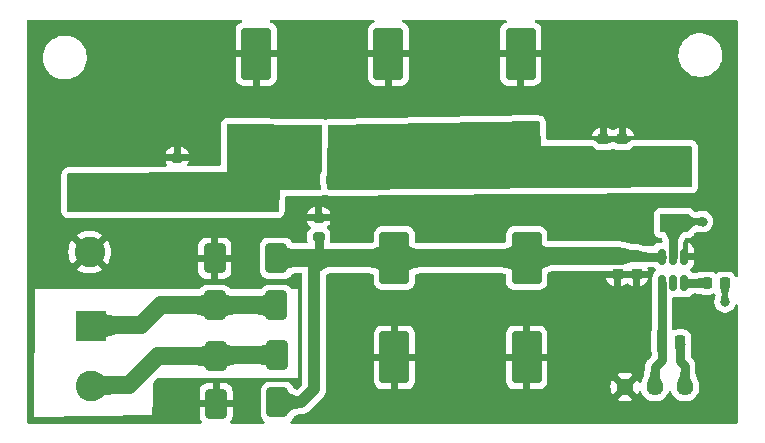
<source format=gbr>
%TF.GenerationSoftware,KiCad,Pcbnew,7.0.5*%
%TF.CreationDate,2023-07-04T22:36:34+05:30*%
%TF.ProjectId,BUCK_LOW_EMI,4255434b-5f4c-44f5-975f-454d492e6b69,rev?*%
%TF.SameCoordinates,Original*%
%TF.FileFunction,Copper,L1,Top*%
%TF.FilePolarity,Positive*%
%FSLAX46Y46*%
G04 Gerber Fmt 4.6, Leading zero omitted, Abs format (unit mm)*
G04 Created by KiCad (PCBNEW 7.0.5) date 2023-07-04 22:36:34*
%MOMM*%
%LPD*%
G01*
G04 APERTURE LIST*
G04 Aperture macros list*
%AMRoundRect*
0 Rectangle with rounded corners*
0 $1 Rounding radius*
0 $2 $3 $4 $5 $6 $7 $8 $9 X,Y pos of 4 corners*
0 Add a 4 corners polygon primitive as box body*
4,1,4,$2,$3,$4,$5,$6,$7,$8,$9,$2,$3,0*
0 Add four circle primitives for the rounded corners*
1,1,$1+$1,$2,$3*
1,1,$1+$1,$4,$5*
1,1,$1+$1,$6,$7*
1,1,$1+$1,$8,$9*
0 Add four rect primitives between the rounded corners*
20,1,$1+$1,$2,$3,$4,$5,0*
20,1,$1+$1,$4,$5,$6,$7,0*
20,1,$1+$1,$6,$7,$8,$9,0*
20,1,$1+$1,$8,$9,$2,$3,0*%
G04 Aperture macros list end*
%TA.AperFunction,SMDPad,CuDef*%
%ADD10R,2.400000X1.500000*%
%TD*%
%TA.AperFunction,SMDPad,CuDef*%
%ADD11RoundRect,0.250000X-0.650000X1.000000X-0.650000X-1.000000X0.650000X-1.000000X0.650000X1.000000X0*%
%TD*%
%TA.AperFunction,SMDPad,CuDef*%
%ADD12RoundRect,0.250000X1.000000X-1.950000X1.000000X1.950000X-1.000000X1.950000X-1.000000X-1.950000X0*%
%TD*%
%TA.AperFunction,SMDPad,CuDef*%
%ADD13RoundRect,0.225000X-0.250000X0.225000X-0.250000X-0.225000X0.250000X-0.225000X0.250000X0.225000X0*%
%TD*%
%TA.AperFunction,ComponentPad*%
%ADD14R,2.600000X2.600000*%
%TD*%
%TA.AperFunction,ComponentPad*%
%ADD15C,2.600000*%
%TD*%
%TA.AperFunction,SMDPad,CuDef*%
%ADD16RoundRect,0.150000X-0.150000X0.512500X-0.150000X-0.512500X0.150000X-0.512500X0.150000X0.512500X0*%
%TD*%
%TA.AperFunction,SMDPad,CuDef*%
%ADD17RoundRect,0.225000X0.250000X-0.225000X0.250000X0.225000X-0.250000X0.225000X-0.250000X-0.225000X0*%
%TD*%
%TA.AperFunction,ComponentPad*%
%ADD18C,1.440000*%
%TD*%
%TA.AperFunction,SMDPad,CuDef*%
%ADD19RoundRect,0.225000X0.225000X0.250000X-0.225000X0.250000X-0.225000X-0.250000X0.225000X-0.250000X0*%
%TD*%
%TA.AperFunction,SMDPad,CuDef*%
%ADD20RoundRect,0.200000X0.275000X-0.200000X0.275000X0.200000X-0.275000X0.200000X-0.275000X-0.200000X0*%
%TD*%
%TA.AperFunction,SMDPad,CuDef*%
%ADD21RoundRect,0.250000X-1.000000X1.950000X-1.000000X-1.950000X1.000000X-1.950000X1.000000X1.950000X0*%
%TD*%
%TA.AperFunction,SMDPad,CuDef*%
%ADD22RoundRect,0.225000X-0.225000X-0.250000X0.225000X-0.250000X0.225000X0.250000X-0.225000X0.250000X0*%
%TD*%
%TA.AperFunction,SMDPad,CuDef*%
%ADD23RoundRect,0.250000X0.650000X-1.000000X0.650000X1.000000X-0.650000X1.000000X-0.650000X-1.000000X0*%
%TD*%
%TA.AperFunction,ViaPad*%
%ADD24C,0.800000*%
%TD*%
%TA.AperFunction,Conductor*%
%ADD25C,0.750000*%
%TD*%
%TA.AperFunction,Conductor*%
%ADD26C,1.000000*%
%TD*%
%TA.AperFunction,Conductor*%
%ADD27C,1.500000*%
%TD*%
%TA.AperFunction,Conductor*%
%ADD28C,0.500000*%
%TD*%
G04 APERTURE END LIST*
D10*
%TO.P,L1,1,1*%
%TO.N,Net-(U1-SW)*%
X112000000Y-77500000D03*
%TO.P,L1,2,2*%
%TO.N,/VDC*%
X112000000Y-72000000D03*
%TD*%
D11*
%TO.P,D2,1,K*%
%TO.N,VCC*%
X78300000Y-80500000D03*
%TO.P,D2,2,A*%
%TO.N,Net-(D1-K)*%
X78300000Y-84500000D03*
%TD*%
D12*
%TO.P,C6,1*%
%TO.N,/VDC*%
X99000000Y-71600000D03*
%TO.P,C6,2*%
%TO.N,GND*%
X99000000Y-63200000D03*
%TD*%
D13*
%TO.P,C4,1*%
%TO.N,VCC*%
X108800000Y-80325000D03*
%TO.P,C4,2*%
%TO.N,GND*%
X108800000Y-81875000D03*
%TD*%
D11*
%TO.P,D3,1,K*%
%TO.N,Net-(D3-K)*%
X73200000Y-88800000D03*
%TO.P,D3,2,A*%
%TO.N,GND*%
X73200000Y-92800000D03*
%TD*%
D14*
%TO.P,J1,1,Pin_1*%
%TO.N,Net-(D1-K)*%
X62595000Y-86255000D03*
D15*
%TO.P,J1,2,Pin_2*%
%TO.N,Net-(D3-K)*%
X62595000Y-91335000D03*
%TD*%
D16*
%TO.P,U1,1,GND*%
%TO.N,GND*%
X112850000Y-80362500D03*
%TO.P,U1,2,SW*%
%TO.N,Net-(U1-SW)*%
X111900000Y-80362500D03*
%TO.P,U1,3,VIN*%
%TO.N,VCC*%
X110950000Y-80362500D03*
%TO.P,U1,4,FB*%
%TO.N,Net-(U1-FB)*%
X110950000Y-82637500D03*
%TO.P,U1,5,EN*%
%TO.N,unconnected-(U1-EN-Pad5)*%
X111900000Y-82637500D03*
%TO.P,U1,6,BOOT*%
%TO.N,Net-(U1-BOOT)*%
X112850000Y-82637500D03*
%TD*%
D17*
%TO.P,C9,1*%
%TO.N,/VDC*%
X107600000Y-71975000D03*
%TO.P,C9,2*%
%TO.N,GND*%
X107600000Y-70425000D03*
%TD*%
D18*
%TO.P,RV1,1,1*%
%TO.N,/VDC*%
X112900000Y-91400000D03*
%TO.P,RV1,2,2*%
%TO.N,Net-(U1-FB)*%
X110360000Y-91400000D03*
%TO.P,RV1,3,3*%
%TO.N,GND*%
X107820000Y-91400000D03*
%TD*%
D12*
%TO.P,C7,1*%
%TO.N,/VDC*%
X87800000Y-71600000D03*
%TO.P,C7,2*%
%TO.N,GND*%
X87800000Y-63200000D03*
%TD*%
D19*
%TO.P,C11,1*%
%TO.N,/VDC*%
X112500000Y-87500000D03*
%TO.P,C11,2*%
%TO.N,Net-(U1-FB)*%
X110950000Y-87500000D03*
%TD*%
D12*
%TO.P,C10,1*%
%TO.N,/VDC1*%
X76600000Y-71600000D03*
%TO.P,C10,2*%
%TO.N,GND*%
X76600000Y-63200000D03*
%TD*%
D17*
%TO.P,C8,1*%
%TO.N,/VDC*%
X106000000Y-71975000D03*
%TO.P,C8,2*%
%TO.N,GND*%
X106000000Y-70425000D03*
%TD*%
D20*
%TO.P,R1,1*%
%TO.N,VCC*%
X81900000Y-78725000D03*
%TO.P,R1,2*%
%TO.N,GND*%
X81900000Y-77075000D03*
%TD*%
%TO.P,R2,1*%
%TO.N,/VDC1*%
X69900000Y-73625000D03*
%TO.P,R2,2*%
%TO.N,GND*%
X69900000Y-71975000D03*
%TD*%
D21*
%TO.P,C1,1*%
%TO.N,VCC*%
X88300000Y-80500000D03*
%TO.P,C1,2*%
%TO.N,GND*%
X88300000Y-88900000D03*
%TD*%
D22*
%TO.P,C5,1*%
%TO.N,Net-(U1-BOOT)*%
X114725000Y-82600000D03*
%TO.P,C5,2*%
%TO.N,Net-(U1-SW)*%
X116275000Y-82600000D03*
%TD*%
D23*
%TO.P,D1,1,K*%
%TO.N,Net-(D1-K)*%
X73100000Y-84500000D03*
%TO.P,D1,2,A*%
%TO.N,GND*%
X73100000Y-80500000D03*
%TD*%
D21*
%TO.P,C2,1*%
%TO.N,VCC*%
X99500000Y-80500000D03*
%TO.P,C2,2*%
%TO.N,GND*%
X99500000Y-88900000D03*
%TD*%
D13*
%TO.P,C3,1*%
%TO.N,VCC*%
X107200000Y-80325000D03*
%TO.P,C3,2*%
%TO.N,GND*%
X107200000Y-81875000D03*
%TD*%
D19*
%TO.P,FB1,1*%
%TO.N,/VDC*%
X82975000Y-73800000D03*
%TO.P,FB1,2*%
%TO.N,/VDC1*%
X81425000Y-73800000D03*
%TD*%
D23*
%TO.P,D4,1,K*%
%TO.N,VCC*%
X78400000Y-92700000D03*
%TO.P,D4,2,A*%
%TO.N,Net-(D3-K)*%
X78400000Y-88700000D03*
%TD*%
D14*
%TO.P,J2,1,Pin_1*%
%TO.N,/VDC1*%
X62500000Y-74900000D03*
D15*
%TO.P,J2,2,Pin_2*%
%TO.N,GND*%
X62500000Y-79980000D03*
%TD*%
D24*
%TO.N,GND*%
X115000000Y-79600000D03*
X82200000Y-61100000D03*
X95000000Y-92700000D03*
X68000000Y-66500000D03*
X68700000Y-79400000D03*
X107400000Y-65500000D03*
X107600000Y-76000000D03*
X109400000Y-65500000D03*
X93400000Y-61000000D03*
X70800000Y-81400000D03*
X68700000Y-81400000D03*
X75700000Y-81300000D03*
X114200000Y-81200000D03*
X93000000Y-92700000D03*
X114200000Y-80200000D03*
X71000000Y-91100000D03*
X66000000Y-62500000D03*
X95000000Y-90700000D03*
X66000000Y-66500000D03*
X68800000Y-91100000D03*
X92600000Y-75600000D03*
X116500000Y-71900000D03*
X68000000Y-62500000D03*
X68000000Y-64500000D03*
X114200000Y-79100000D03*
X116500000Y-73600000D03*
X107600000Y-77300000D03*
X105400000Y-67500000D03*
X64000000Y-62500000D03*
X107400000Y-67500000D03*
X75800000Y-92600000D03*
X115000000Y-80700000D03*
X75700000Y-79400000D03*
X104000000Y-61000000D03*
X71000000Y-93900000D03*
X94600000Y-77600000D03*
X68800000Y-92600000D03*
X71000000Y-92600000D03*
X105400000Y-63500000D03*
X66000000Y-64500000D03*
X109400000Y-63500000D03*
X68800000Y-93900000D03*
X107400000Y-63500000D03*
X64000000Y-66500000D03*
X94600000Y-75600000D03*
X64000000Y-64500000D03*
X93000000Y-90700000D03*
X116500000Y-75500000D03*
X92600000Y-77600000D03*
X72600000Y-61000000D03*
X109400000Y-67500000D03*
X70800000Y-79400000D03*
X105400000Y-65500000D03*
X107600000Y-78500000D03*
%TO.N,Net-(U1-SW)*%
X116300000Y-84200000D03*
X114400000Y-77400000D03*
%TO.N,/VDC*%
X104200000Y-73600000D03*
%TD*%
D25*
%TO.N,VCC*%
X110950000Y-80362500D02*
X108837500Y-80362500D01*
D26*
X80400000Y-92700000D02*
X81500000Y-91600000D01*
D25*
X81900000Y-78725000D02*
X81900000Y-80100000D01*
D26*
X81500000Y-80500000D02*
X82400000Y-80500000D01*
X81500000Y-81400000D02*
X82400000Y-80500000D01*
D27*
X82400000Y-80500000D02*
X88300000Y-80500000D01*
D26*
X81500000Y-91600000D02*
X81500000Y-81400000D01*
X99575000Y-80325000D02*
X99500000Y-80400000D01*
D27*
X78300000Y-80500000D02*
X81500000Y-80500000D01*
D26*
X108800000Y-80325000D02*
X107200000Y-80325000D01*
D25*
X108837500Y-80362500D02*
X108800000Y-80325000D01*
D26*
X78400000Y-92700000D02*
X80400000Y-92700000D01*
D25*
X81900000Y-80100000D02*
X81500000Y-80500000D01*
D26*
X99400000Y-80500000D02*
X99500000Y-80400000D01*
D27*
X107200000Y-80325000D02*
X99575000Y-80325000D01*
X88300000Y-80500000D02*
X99400000Y-80500000D01*
D25*
%TO.N,Net-(U1-BOOT)*%
X112887500Y-82600000D02*
X112850000Y-82637500D01*
X114725000Y-82600000D02*
X112887500Y-82600000D01*
D28*
%TO.N,Net-(U1-SW)*%
X112100000Y-77400000D02*
X112000000Y-77500000D01*
D25*
X111900000Y-80362500D02*
X111900000Y-77600000D01*
D28*
X116275000Y-82600000D02*
X116275000Y-84175000D01*
X114400000Y-77400000D02*
X112100000Y-77400000D01*
D25*
X111900000Y-77600000D02*
X112000000Y-77500000D01*
D28*
X116275000Y-84175000D02*
X116300000Y-84200000D01*
D25*
%TO.N,/VDC*%
X99375000Y-71975000D02*
X99000000Y-71600000D01*
X112900000Y-91400000D02*
X112900000Y-89600000D01*
X106025000Y-72000000D02*
X106000000Y-71975000D01*
X112500000Y-89200000D02*
X112500000Y-87500000D01*
X112900000Y-89600000D02*
X112500000Y-89200000D01*
%TO.N,Net-(U1-FB)*%
X110360000Y-91400000D02*
X110360000Y-89740000D01*
X110950000Y-82637500D02*
X110950000Y-87500000D01*
X110950000Y-89150000D02*
X110950000Y-87500000D01*
X110360000Y-89740000D02*
X110950000Y-89150000D01*
D27*
%TO.N,Net-(D1-K)*%
X66835000Y-86165000D02*
X63105000Y-86165000D01*
X73100000Y-84500000D02*
X68500000Y-84500000D01*
X78300000Y-84500000D02*
X73100000Y-84500000D01*
X68500000Y-84500000D02*
X66835000Y-86165000D01*
%TO.N,Net-(D3-K)*%
X68300000Y-88800000D02*
X65855000Y-91245000D01*
X73200000Y-88800000D02*
X68300000Y-88800000D01*
X78400000Y-88700000D02*
X73300000Y-88700000D01*
X65855000Y-91245000D02*
X63105000Y-91245000D01*
X73300000Y-88700000D02*
X73200000Y-88800000D01*
%TD*%
%TA.AperFunction,Conductor*%
%TO.N,/VDC*%
G36*
X100547186Y-68920549D02*
G01*
X100593796Y-68972600D01*
X100605716Y-69020045D01*
X100620238Y-69325008D01*
X100700000Y-71000000D01*
X105044267Y-71000000D01*
X105111306Y-71019685D01*
X105149804Y-71058901D01*
X105177032Y-71103044D01*
X105177033Y-71103045D01*
X105296955Y-71222967D01*
X105296959Y-71222970D01*
X105441294Y-71311998D01*
X105441297Y-71311999D01*
X105441303Y-71312003D01*
X105602292Y-71365349D01*
X105701655Y-71375500D01*
X106298344Y-71375499D01*
X106298352Y-71375498D01*
X106298355Y-71375498D01*
X106352760Y-71369940D01*
X106397708Y-71365349D01*
X106558697Y-71312003D01*
X106703044Y-71222968D01*
X106712319Y-71213692D01*
X106773642Y-71180208D01*
X106843334Y-71185192D01*
X106887681Y-71213693D01*
X106896955Y-71222967D01*
X106896959Y-71222970D01*
X107041294Y-71311998D01*
X107041297Y-71311999D01*
X107041303Y-71312003D01*
X107202292Y-71365349D01*
X107301655Y-71375500D01*
X107898344Y-71375499D01*
X107898352Y-71375498D01*
X107898355Y-71375498D01*
X107952760Y-71369940D01*
X107997708Y-71365349D01*
X108158697Y-71312003D01*
X108303044Y-71222968D01*
X108422968Y-71103044D01*
X108450195Y-71058901D01*
X108502142Y-71012179D01*
X108555733Y-71000000D01*
X113376000Y-71000000D01*
X113443039Y-71019685D01*
X113488794Y-71072489D01*
X113500000Y-71124000D01*
X113500000Y-74376790D01*
X113480315Y-74443829D01*
X113427511Y-74489584D01*
X113376792Y-74500787D01*
X82732713Y-74696595D01*
X82665549Y-74677340D01*
X82619458Y-74624829D01*
X82607941Y-74570347D01*
X82610439Y-74432937D01*
X82592580Y-74290269D01*
X82580365Y-74245652D01*
X82580506Y-74237920D01*
X82568025Y-74200254D01*
X82567077Y-74197120D01*
X82565848Y-74192630D01*
X82564239Y-74188828D01*
X82536294Y-74104496D01*
X82530000Y-74065492D01*
X82530000Y-73534505D01*
X82536294Y-73495501D01*
X82555669Y-73437031D01*
X82557884Y-73431311D01*
X82594916Y-73348176D01*
X82613356Y-73285335D01*
X82633724Y-73152192D01*
X82703148Y-69333894D01*
X82702342Y-69325008D01*
X82715893Y-69256465D01*
X82764350Y-69206130D01*
X82823810Y-69189829D01*
X100479835Y-68901959D01*
X100547186Y-68920549D01*
G37*
%TD.AperFunction*%
%TD*%
%TA.AperFunction,Conductor*%
%TO.N,/VDC1*%
G36*
X82075283Y-69198460D02*
G01*
X82142074Y-69218971D01*
X82187174Y-69272336D01*
X82197732Y-69324705D01*
X82128308Y-73143003D01*
X82109868Y-73205844D01*
X82087997Y-73241303D01*
X82034651Y-73402290D01*
X82024500Y-73501647D01*
X82024500Y-74098337D01*
X82024501Y-74098355D01*
X82034650Y-74197707D01*
X82034651Y-74197710D01*
X82087996Y-74358694D01*
X82091051Y-74365245D01*
X82089236Y-74366091D01*
X82105022Y-74423751D01*
X82102214Y-74578253D01*
X82081314Y-74644924D01*
X82027687Y-74689712D01*
X81978234Y-74700000D01*
X78600000Y-74700000D01*
X78506183Y-76482517D01*
X78483002Y-76548430D01*
X78427866Y-76591346D01*
X78382354Y-76600000D01*
X60724000Y-76600000D01*
X60656961Y-76580315D01*
X60611206Y-76527511D01*
X60600000Y-76476000D01*
X60600000Y-73423085D01*
X60619685Y-73356046D01*
X60672489Y-73310291D01*
X60723080Y-73299088D01*
X74100000Y-73200000D01*
X74100000Y-69225540D01*
X74119685Y-69158501D01*
X74172489Y-69112746D01*
X74225527Y-69101549D01*
X82075283Y-69198460D01*
G37*
%TD.AperFunction*%
%TD*%
%TA.AperFunction,Conductor*%
%TO.N,GND*%
G36*
X75379639Y-60320185D02*
G01*
X75425394Y-60372989D01*
X75435338Y-60442147D01*
X75406313Y-60505703D01*
X75351604Y-60542206D01*
X75280880Y-60565641D01*
X75280875Y-60565643D01*
X75131654Y-60657684D01*
X75007684Y-60781654D01*
X74915643Y-60930875D01*
X74915641Y-60930880D01*
X74860494Y-61097302D01*
X74860493Y-61097309D01*
X74850000Y-61200013D01*
X74850000Y-62900000D01*
X78349999Y-62900000D01*
X78349999Y-61200028D01*
X78349998Y-61200013D01*
X78339505Y-61097302D01*
X78284358Y-60930880D01*
X78284356Y-60930875D01*
X78192315Y-60781654D01*
X78068345Y-60657684D01*
X77919124Y-60565643D01*
X77919119Y-60565641D01*
X77848395Y-60542206D01*
X77790950Y-60502434D01*
X77764127Y-60437918D01*
X77776442Y-60369142D01*
X77823985Y-60317942D01*
X77887399Y-60300500D01*
X86512600Y-60300500D01*
X86579639Y-60320185D01*
X86625394Y-60372989D01*
X86635338Y-60442147D01*
X86606313Y-60505703D01*
X86551604Y-60542206D01*
X86480880Y-60565641D01*
X86480875Y-60565643D01*
X86331654Y-60657684D01*
X86207684Y-60781654D01*
X86115643Y-60930875D01*
X86115641Y-60930880D01*
X86060494Y-61097302D01*
X86060493Y-61097309D01*
X86050000Y-61200013D01*
X86050000Y-62900000D01*
X89549999Y-62900000D01*
X89549999Y-61200028D01*
X89549998Y-61200013D01*
X89539505Y-61097302D01*
X89484358Y-60930880D01*
X89484356Y-60930875D01*
X89392315Y-60781654D01*
X89268345Y-60657684D01*
X89119124Y-60565643D01*
X89119119Y-60565641D01*
X89048395Y-60542206D01*
X88990950Y-60502434D01*
X88964127Y-60437918D01*
X88976442Y-60369142D01*
X89023985Y-60317942D01*
X89087399Y-60300500D01*
X97712600Y-60300500D01*
X97779639Y-60320185D01*
X97825394Y-60372989D01*
X97835338Y-60442147D01*
X97806313Y-60505703D01*
X97751604Y-60542206D01*
X97680880Y-60565641D01*
X97680875Y-60565643D01*
X97531654Y-60657684D01*
X97407684Y-60781654D01*
X97315643Y-60930875D01*
X97315641Y-60930880D01*
X97260494Y-61097302D01*
X97260493Y-61097309D01*
X97250000Y-61200013D01*
X97250000Y-62900000D01*
X100749999Y-62900000D01*
X100749999Y-61200028D01*
X100749998Y-61200013D01*
X100739505Y-61097302D01*
X100684358Y-60930880D01*
X100684356Y-60930875D01*
X100592315Y-60781654D01*
X100468345Y-60657684D01*
X100319124Y-60565643D01*
X100319119Y-60565641D01*
X100248395Y-60542206D01*
X100190950Y-60502434D01*
X100164127Y-60437918D01*
X100176442Y-60369142D01*
X100223985Y-60317942D01*
X100287399Y-60300500D01*
X117275500Y-60300500D01*
X117342539Y-60320185D01*
X117388294Y-60372989D01*
X117399500Y-60424500D01*
X117399500Y-81991289D01*
X117379815Y-82058328D01*
X117327011Y-82104083D01*
X117257853Y-82114027D01*
X117194297Y-82085002D01*
X117165902Y-82047383D01*
X117165795Y-82047450D01*
X117165088Y-82046304D01*
X117163118Y-82043694D01*
X117162004Y-82041307D01*
X117162003Y-82041303D01*
X117081199Y-81910301D01*
X117072970Y-81896959D01*
X117072967Y-81896955D01*
X116953044Y-81777032D01*
X116953040Y-81777029D01*
X116808705Y-81688001D01*
X116808699Y-81687998D01*
X116808697Y-81687997D01*
X116775957Y-81677148D01*
X116647709Y-81634651D01*
X116548346Y-81624500D01*
X116001662Y-81624500D01*
X116001644Y-81624501D01*
X115902292Y-81634650D01*
X115902289Y-81634651D01*
X115741305Y-81687996D01*
X115741294Y-81688001D01*
X115596959Y-81777029D01*
X115596955Y-81777032D01*
X115587681Y-81786307D01*
X115526358Y-81819792D01*
X115456666Y-81814808D01*
X115412319Y-81786307D01*
X115403044Y-81777032D01*
X115403040Y-81777029D01*
X115258705Y-81688001D01*
X115258699Y-81687998D01*
X115258697Y-81687997D01*
X115225957Y-81677148D01*
X115097709Y-81634651D01*
X114998346Y-81624500D01*
X114451662Y-81624500D01*
X114451644Y-81624501D01*
X114352290Y-81634651D01*
X114312869Y-81647714D01*
X114279557Y-81658752D01*
X114272687Y-81660598D01*
X114194225Y-81676912D01*
X114191946Y-81677342D01*
X114097740Y-81693257D01*
X114095402Y-81693607D01*
X114001516Y-81705808D01*
X113999143Y-81706070D01*
X113905617Y-81714578D01*
X113903219Y-81714749D01*
X113846603Y-81717693D01*
X113809850Y-81719604D01*
X113809835Y-81719605D01*
X113809823Y-81719606D01*
X113783431Y-81722056D01*
X113768984Y-81723397D01*
X113768982Y-81723397D01*
X113763321Y-81723923D01*
X113763274Y-81723423D01*
X113751612Y-81724500D01*
X113570809Y-81724500D01*
X113503770Y-81704815D01*
X113483128Y-81688181D01*
X113401870Y-81606923D01*
X113401859Y-81606914D01*
X113401053Y-81606438D01*
X113400550Y-81605899D01*
X113395702Y-81602139D01*
X113396308Y-81601356D01*
X113353372Y-81555366D01*
X113340871Y-81486624D01*
X113367520Y-81422036D01*
X113395589Y-81397716D01*
X113395393Y-81397463D01*
X113400066Y-81393838D01*
X113401066Y-81392972D01*
X113401558Y-81392680D01*
X113401561Y-81392678D01*
X113517678Y-81276561D01*
X113517685Y-81276552D01*
X113601282Y-81135196D01*
X113601283Y-81135193D01*
X113647099Y-80977495D01*
X113647100Y-80977489D01*
X113649999Y-80940649D01*
X113650000Y-80940634D01*
X113650000Y-80662500D01*
X112884686Y-80662500D01*
X112817647Y-80642815D01*
X112771892Y-80590011D01*
X112761948Y-80520853D01*
X112763582Y-80511858D01*
X112775500Y-80457716D01*
X112775499Y-79216702D01*
X113149999Y-79216702D01*
X113150000Y-80062500D01*
X113650000Y-80062500D01*
X113650000Y-79784365D01*
X113649999Y-79784350D01*
X113647100Y-79747510D01*
X113647099Y-79747504D01*
X113601283Y-79589806D01*
X113601282Y-79589803D01*
X113517685Y-79448447D01*
X113517678Y-79448438D01*
X113401561Y-79332321D01*
X113401552Y-79332314D01*
X113260196Y-79248717D01*
X113260193Y-79248715D01*
X113150001Y-79216701D01*
X113149999Y-79216702D01*
X112775499Y-79216702D01*
X112775499Y-79143117D01*
X112785897Y-79093414D01*
X112818110Y-79019794D01*
X112819291Y-79017258D01*
X112891487Y-78871303D01*
X112893138Y-78868194D01*
X112924430Y-78813184D01*
X112974686Y-78764649D01*
X113032210Y-78750499D01*
X113247871Y-78750499D01*
X113247872Y-78750499D01*
X113307483Y-78744091D01*
X113442331Y-78693796D01*
X113557546Y-78607546D01*
X113643796Y-78492331D01*
X113659701Y-78449684D01*
X113684556Y-78409142D01*
X113704461Y-78387470D01*
X113708525Y-78383438D01*
X113815490Y-78286739D01*
X113820858Y-78282403D01*
X113850065Y-78261396D01*
X113915980Y-78238232D01*
X113954349Y-78242231D01*
X114079718Y-78275592D01*
X114102271Y-78280504D01*
X114127099Y-78284735D01*
X114149951Y-78287565D01*
X114149958Y-78287565D01*
X114149970Y-78287567D01*
X114295046Y-78298859D01*
X114303136Y-78300029D01*
X114304561Y-78300331D01*
X114305354Y-78300500D01*
X114313712Y-78300500D01*
X114318523Y-78300686D01*
X114352966Y-78303368D01*
X114362526Y-78303930D01*
X114362538Y-78303930D01*
X114362547Y-78303931D01*
X114364288Y-78304000D01*
X114368190Y-78304156D01*
X114436700Y-78301934D01*
X114441090Y-78301792D01*
X114445955Y-78301107D01*
X114454613Y-78300500D01*
X114494644Y-78300500D01*
X114494646Y-78300500D01*
X114679803Y-78261144D01*
X114852730Y-78184151D01*
X115005871Y-78072888D01*
X115132533Y-77932216D01*
X115227179Y-77768284D01*
X115285674Y-77588256D01*
X115305460Y-77400000D01*
X115285674Y-77211744D01*
X115227179Y-77031716D01*
X115132533Y-76867784D01*
X115005871Y-76727112D01*
X114990771Y-76716141D01*
X114852734Y-76615851D01*
X114852729Y-76615848D01*
X114679807Y-76538857D01*
X114679802Y-76538855D01*
X114533055Y-76507664D01*
X114494646Y-76499500D01*
X114494645Y-76499500D01*
X114388503Y-76499500D01*
X114384489Y-76499369D01*
X114355978Y-76497510D01*
X114348197Y-76497003D01*
X114348184Y-76497003D01*
X114322628Y-76498993D01*
X114318515Y-76499313D01*
X114313705Y-76499500D01*
X114305347Y-76499500D01*
X114303130Y-76499972D01*
X114295054Y-76501138D01*
X114149926Y-76512436D01*
X114149913Y-76512437D01*
X114127052Y-76515270D01*
X114102239Y-76519501D01*
X114079697Y-76524411D01*
X114079690Y-76524413D01*
X113924200Y-76565790D01*
X113912480Y-76569212D01*
X113900552Y-76573009D01*
X113900467Y-76573038D01*
X113889868Y-76576690D01*
X113820073Y-76579916D01*
X113791125Y-76568865D01*
X113768718Y-76556915D01*
X113762220Y-76552918D01*
X113665186Y-76484670D01*
X113660068Y-76480653D01*
X113539050Y-76374965D01*
X113489318Y-76341290D01*
X113486925Y-76339586D01*
X113460663Y-76319927D01*
X113442331Y-76306204D01*
X113442330Y-76306203D01*
X113442328Y-76306202D01*
X113425340Y-76299865D01*
X113420646Y-76297892D01*
X113401032Y-76288677D01*
X113401023Y-76288674D01*
X113383367Y-76283919D01*
X113377822Y-76282143D01*
X113307484Y-76255909D01*
X113307483Y-76255908D01*
X113247883Y-76249501D01*
X113247881Y-76249500D01*
X113247873Y-76249500D01*
X113247864Y-76249500D01*
X110752129Y-76249500D01*
X110752123Y-76249501D01*
X110692516Y-76255908D01*
X110557671Y-76306202D01*
X110557664Y-76306206D01*
X110442455Y-76392452D01*
X110442452Y-76392455D01*
X110356206Y-76507664D01*
X110356202Y-76507671D01*
X110305908Y-76642517D01*
X110299501Y-76702116D01*
X110299500Y-76702135D01*
X110299500Y-78297870D01*
X110299501Y-78297876D01*
X110305908Y-78357483D01*
X110356202Y-78492328D01*
X110356206Y-78492335D01*
X110442452Y-78607544D01*
X110442455Y-78607547D01*
X110557664Y-78693793D01*
X110557671Y-78693797D01*
X110602618Y-78710561D01*
X110692517Y-78744091D01*
X110752127Y-78750500D01*
X110812839Y-78750499D01*
X110879878Y-78770183D01*
X110925634Y-78822986D01*
X110928800Y-78830576D01*
X110983020Y-78973719D01*
X110983827Y-78975982D01*
X110985714Y-78981613D01*
X111003973Y-79036103D01*
X111006608Y-79105922D01*
X110971078Y-79166083D01*
X110908663Y-79197485D01*
X110886398Y-79199500D01*
X110734298Y-79199500D01*
X110697432Y-79202401D01*
X110697426Y-79202402D01*
X110539606Y-79248254D01*
X110539603Y-79248255D01*
X110398137Y-79331917D01*
X110398129Y-79331923D01*
X110279372Y-79450681D01*
X110218049Y-79484166D01*
X110191691Y-79487000D01*
X109790720Y-79487000D01*
X109762136Y-79483660D01*
X109759686Y-79483079D01*
X109759674Y-79483077D01*
X109759673Y-79483077D01*
X109759670Y-79483076D01*
X109759665Y-79483076D01*
X109657955Y-79473919D01*
X109655721Y-79473677D01*
X109553411Y-79460712D01*
X109551206Y-79460393D01*
X109448551Y-79443618D01*
X109446389Y-79443225D01*
X109426898Y-79439324D01*
X109343423Y-79422620D01*
X109341302Y-79422157D01*
X109237393Y-79397550D01*
X109232178Y-79396072D01*
X109197710Y-79384651D01*
X109148419Y-79379615D01*
X109112122Y-79370208D01*
X109101058Y-79365460D01*
X108901741Y-79324500D01*
X108758383Y-79324500D01*
X108732289Y-79321723D01*
X108724076Y-79319955D01*
X108724070Y-79319954D01*
X108411189Y-79298260D01*
X108391264Y-79295237D01*
X108202403Y-79250631D01*
X108197283Y-79249188D01*
X107990372Y-79181144D01*
X107990345Y-79181135D01*
X107979757Y-79177909D01*
X107979755Y-79177908D01*
X107979747Y-79177906D01*
X107968839Y-79174843D01*
X107959953Y-79172547D01*
X107958587Y-79172194D01*
X107835480Y-79143118D01*
X107682059Y-79106882D01*
X107682047Y-79106879D01*
X107682040Y-79106878D01*
X107682001Y-79106870D01*
X107661870Y-79102975D01*
X107661845Y-79102970D01*
X107661821Y-79102966D01*
X107661124Y-79102860D01*
X107639640Y-79099604D01*
X107619230Y-79097353D01*
X107330131Y-79077307D01*
X107323347Y-79076459D01*
X107312550Y-79074500D01*
X107312547Y-79074500D01*
X107291775Y-79074500D01*
X107287485Y-79074351D01*
X107243040Y-79071269D01*
X107234215Y-79070812D01*
X107229017Y-79070634D01*
X107229014Y-79070634D01*
X107229011Y-79070634D01*
X107229009Y-79070634D01*
X107189742Y-79072038D01*
X107158326Y-79073163D01*
X107157733Y-79073248D01*
X107140158Y-79074500D01*
X101792037Y-79074500D01*
X101771294Y-79072753D01*
X101751363Y-79069371D01*
X101751359Y-79069370D01*
X101614190Y-79065905D01*
X101583956Y-79065141D01*
X101579345Y-79064852D01*
X101558329Y-79062744D01*
X101421203Y-79048993D01*
X101416698Y-79048373D01*
X101395370Y-79044635D01*
X101353092Y-79037225D01*
X101290457Y-79006262D01*
X101254505Y-78946352D01*
X101250499Y-78915087D01*
X101250499Y-78499998D01*
X101250498Y-78499981D01*
X101239999Y-78397203D01*
X101239998Y-78397200D01*
X101209166Y-78304155D01*
X101184814Y-78230666D01*
X101092712Y-78081344D01*
X100968656Y-77957288D01*
X100845819Y-77881522D01*
X100819336Y-77865187D01*
X100819331Y-77865185D01*
X100792551Y-77856311D01*
X100652797Y-77810001D01*
X100652795Y-77810000D01*
X100550010Y-77799500D01*
X98449998Y-77799500D01*
X98449981Y-77799501D01*
X98347203Y-77810000D01*
X98347200Y-77810001D01*
X98180668Y-77865185D01*
X98180663Y-77865187D01*
X98031342Y-77957289D01*
X97907289Y-78081342D01*
X97815187Y-78230663D01*
X97815185Y-78230668D01*
X97796331Y-78287567D01*
X97760001Y-78397203D01*
X97760001Y-78397204D01*
X97760000Y-78397204D01*
X97749500Y-78499983D01*
X97749500Y-79052249D01*
X97729815Y-79119288D01*
X97677011Y-79165043D01*
X97655575Y-79172547D01*
X97547154Y-79199652D01*
X97542803Y-79200575D01*
X97383432Y-79228465D01*
X97378913Y-79229086D01*
X97210284Y-79245949D01*
X97210204Y-79245958D01*
X97186723Y-79248989D01*
X97178779Y-79249500D01*
X90619205Y-79249500D01*
X90594166Y-79246450D01*
X90594122Y-79246708D01*
X90589767Y-79245955D01*
X90589761Y-79245954D01*
X90543699Y-79241347D01*
X90421078Y-79229085D01*
X90416559Y-79228464D01*
X90257190Y-79200575D01*
X90252846Y-79199653D01*
X90177734Y-79180875D01*
X90144424Y-79172547D01*
X90084160Y-79137191D01*
X90052579Y-79074866D01*
X90050499Y-79052250D01*
X90050499Y-78499998D01*
X90050498Y-78499981D01*
X90039999Y-78397203D01*
X90039998Y-78397200D01*
X90009166Y-78304155D01*
X89984814Y-78230666D01*
X89892712Y-78081344D01*
X89768656Y-77957288D01*
X89645819Y-77881522D01*
X89619336Y-77865187D01*
X89619331Y-77865185D01*
X89592551Y-77856311D01*
X89452797Y-77810001D01*
X89452795Y-77810000D01*
X89350010Y-77799500D01*
X87249998Y-77799500D01*
X87249981Y-77799501D01*
X87147203Y-77810000D01*
X87147200Y-77810001D01*
X86980668Y-77865185D01*
X86980663Y-77865187D01*
X86831342Y-77957289D01*
X86707289Y-78081342D01*
X86615187Y-78230663D01*
X86615185Y-78230668D01*
X86596331Y-78287567D01*
X86560001Y-78397203D01*
X86560001Y-78397204D01*
X86560000Y-78397204D01*
X86549500Y-78499983D01*
X86549500Y-79052249D01*
X86529815Y-79119288D01*
X86477011Y-79165043D01*
X86455575Y-79172547D01*
X86347154Y-79199652D01*
X86342803Y-79200575D01*
X86183432Y-79228465D01*
X86178913Y-79229086D01*
X86010284Y-79245949D01*
X86010204Y-79245958D01*
X85986723Y-79248989D01*
X85978779Y-79249500D01*
X82976124Y-79249500D01*
X82909085Y-79229815D01*
X82863330Y-79177011D01*
X82853386Y-79107853D01*
X82857739Y-79088610D01*
X82861261Y-79077307D01*
X82869086Y-79052196D01*
X82875500Y-78981616D01*
X82875500Y-78468384D01*
X82869086Y-78397804D01*
X82818478Y-78235394D01*
X82730472Y-78089815D01*
X82730470Y-78089813D01*
X82730469Y-78089811D01*
X82627984Y-77987326D01*
X82594499Y-77926003D01*
X82599483Y-77856311D01*
X82627985Y-77811963D01*
X82730071Y-77709878D01*
X82730072Y-77709877D01*
X82818019Y-77564395D01*
X82868590Y-77402106D01*
X82871054Y-77375000D01*
X80928946Y-77375000D01*
X80931409Y-77402106D01*
X80981980Y-77564395D01*
X81069926Y-77709875D01*
X81172015Y-77811963D01*
X81205500Y-77873286D01*
X81200516Y-77942978D01*
X81172016Y-77987326D01*
X81069529Y-78089813D01*
X80981522Y-78235393D01*
X80930913Y-78397807D01*
X80924500Y-78468386D01*
X80924500Y-78981613D01*
X80930914Y-79052197D01*
X80942261Y-79088610D01*
X80943413Y-79158470D01*
X80906612Y-79217862D01*
X80843543Y-79247930D01*
X80823876Y-79249500D01*
X80157420Y-79249500D01*
X80131649Y-79246792D01*
X80126687Y-79245738D01*
X80122702Y-79244891D01*
X80122696Y-79244890D01*
X79967692Y-79234557D01*
X79964632Y-79234277D01*
X79812406Y-79216518D01*
X79809410Y-79216093D01*
X79716293Y-79200575D01*
X79694740Y-79196983D01*
X79631849Y-79166545D01*
X79609589Y-79139769D01*
X79542712Y-79031344D01*
X79418656Y-78907288D01*
X79325888Y-78850068D01*
X79269336Y-78815187D01*
X79269331Y-78815185D01*
X79263301Y-78813187D01*
X79102797Y-78760001D01*
X79102795Y-78760000D01*
X79000010Y-78749500D01*
X77599998Y-78749500D01*
X77599981Y-78749501D01*
X77497203Y-78760000D01*
X77497200Y-78760001D01*
X77330668Y-78815185D01*
X77330663Y-78815187D01*
X77181342Y-78907289D01*
X77057289Y-79031342D01*
X76965187Y-79180663D01*
X76965185Y-79180668D01*
X76942789Y-79248255D01*
X76910001Y-79347203D01*
X76910001Y-79347204D01*
X76910000Y-79347204D01*
X76899500Y-79449983D01*
X76899500Y-81550001D01*
X76899501Y-81550018D01*
X76910000Y-81652796D01*
X76910001Y-81652799D01*
X76965185Y-81819331D01*
X76965187Y-81819336D01*
X76990411Y-81860231D01*
X77057288Y-81968656D01*
X77181344Y-82092712D01*
X77330666Y-82184814D01*
X77497203Y-82239999D01*
X77599991Y-82250500D01*
X79000008Y-82250499D01*
X79102797Y-82239999D01*
X79269334Y-82184814D01*
X79418656Y-82092712D01*
X79542712Y-81968656D01*
X79609589Y-81860229D01*
X79661535Y-81813506D01*
X79694738Y-81803014D01*
X79809408Y-81783903D01*
X79812362Y-81783485D01*
X79964638Y-81765720D01*
X79967646Y-81765444D01*
X80122703Y-81755108D01*
X80151207Y-81752148D01*
X80163886Y-81750832D01*
X80170294Y-81750500D01*
X80375500Y-81750500D01*
X80442539Y-81770185D01*
X80488294Y-81822989D01*
X80499500Y-81874500D01*
X80499500Y-91134217D01*
X80479815Y-91201256D01*
X80463181Y-91221898D01*
X80098397Y-91586681D01*
X80037074Y-91620166D01*
X79967382Y-91615182D01*
X79960353Y-91612312D01*
X79892728Y-91582255D01*
X79886888Y-91579281D01*
X79878655Y-91574524D01*
X79821039Y-91541235D01*
X79772840Y-91490653D01*
X79765368Y-91472872D01*
X79741221Y-91400002D01*
X79734814Y-91380666D01*
X79642712Y-91231344D01*
X79518656Y-91107288D01*
X79425777Y-91050000D01*
X79369336Y-91015187D01*
X79369331Y-91015185D01*
X79367059Y-91014432D01*
X79202797Y-90960001D01*
X79202795Y-90960000D01*
X79100010Y-90949500D01*
X77699998Y-90949500D01*
X77699981Y-90949501D01*
X77597203Y-90960000D01*
X77597200Y-90960001D01*
X77430668Y-91015185D01*
X77430663Y-91015187D01*
X77281342Y-91107289D01*
X77157289Y-91231342D01*
X77065187Y-91380663D01*
X77065185Y-91380668D01*
X77037349Y-91464670D01*
X77010001Y-91547203D01*
X77010001Y-91547204D01*
X77010000Y-91547204D01*
X76999500Y-91649983D01*
X76999500Y-93750001D01*
X76999501Y-93750018D01*
X77010000Y-93852796D01*
X77010001Y-93852799D01*
X77065185Y-94019331D01*
X77065187Y-94019336D01*
X77157289Y-94168657D01*
X77276451Y-94287819D01*
X77309936Y-94349142D01*
X77304952Y-94418834D01*
X77263080Y-94474767D01*
X77197616Y-94499184D01*
X77188770Y-94499500D01*
X74510523Y-94499500D01*
X74443484Y-94479815D01*
X74397729Y-94427011D01*
X74387785Y-94357853D01*
X74416810Y-94294297D01*
X74422842Y-94287819D01*
X74442315Y-94268345D01*
X74534356Y-94119124D01*
X74534358Y-94119119D01*
X74589505Y-93952697D01*
X74589506Y-93952690D01*
X74599999Y-93849986D01*
X74600000Y-93849973D01*
X74600000Y-93100000D01*
X71800001Y-93100000D01*
X71800001Y-93849986D01*
X71810494Y-93952697D01*
X71865641Y-94119119D01*
X71865643Y-94119124D01*
X71957684Y-94268345D01*
X71977158Y-94287819D01*
X72010643Y-94349142D01*
X72005659Y-94418834D01*
X71963787Y-94474767D01*
X71898323Y-94499184D01*
X71889477Y-94499500D01*
X57324500Y-94499500D01*
X57257461Y-94479815D01*
X57211706Y-94427011D01*
X57200500Y-94375500D01*
X57200500Y-93900000D01*
X57800000Y-93900000D01*
X67800000Y-93800000D01*
X67840625Y-92500000D01*
X71800000Y-92500000D01*
X72900000Y-92500000D01*
X72900000Y-91050000D01*
X73500000Y-91050000D01*
X73500000Y-92500000D01*
X74599999Y-92500000D01*
X74599999Y-91750028D01*
X74599998Y-91750013D01*
X74589505Y-91647302D01*
X74534358Y-91480880D01*
X74534356Y-91480875D01*
X74442315Y-91331654D01*
X74318345Y-91207684D01*
X74169124Y-91115643D01*
X74169119Y-91115641D01*
X74002697Y-91060494D01*
X74002690Y-91060493D01*
X73899986Y-91050000D01*
X73500000Y-91050000D01*
X72900000Y-91050000D01*
X72500028Y-91050000D01*
X72500012Y-91050001D01*
X72397302Y-91060494D01*
X72230880Y-91115641D01*
X72230875Y-91115643D01*
X72081654Y-91207684D01*
X71957684Y-91331654D01*
X71865643Y-91480875D01*
X71865641Y-91480880D01*
X71810494Y-91647302D01*
X71810493Y-91647309D01*
X71800000Y-91750013D01*
X71800000Y-92500000D01*
X67840625Y-92500000D01*
X67886579Y-91029442D01*
X67908347Y-90963051D01*
X67922826Y-90945646D01*
X68232156Y-90636316D01*
X68293478Y-90602834D01*
X68319836Y-90600000D01*
X80100000Y-90600000D01*
X80100000Y-83100000D01*
X79654266Y-83100000D01*
X79587227Y-83080315D01*
X79548729Y-83041099D01*
X79542712Y-83031344D01*
X79418657Y-82907289D01*
X79418656Y-82907288D01*
X79284963Y-82824826D01*
X79269336Y-82815187D01*
X79269331Y-82815185D01*
X79267862Y-82814698D01*
X79102797Y-82760001D01*
X79102795Y-82760000D01*
X79000010Y-82749500D01*
X77599998Y-82749500D01*
X77599981Y-82749501D01*
X77497203Y-82760000D01*
X77497200Y-82760001D01*
X77330668Y-82815185D01*
X77330663Y-82815187D01*
X77181342Y-82907289D01*
X77057287Y-83031344D01*
X77051271Y-83041099D01*
X76999323Y-83087822D01*
X76945734Y-83100000D01*
X74454266Y-83100000D01*
X74387227Y-83080315D01*
X74348729Y-83041099D01*
X74342712Y-83031344D01*
X74218657Y-82907289D01*
X74218656Y-82907288D01*
X74084963Y-82824826D01*
X74069336Y-82815187D01*
X74069331Y-82815185D01*
X74067862Y-82814698D01*
X73902797Y-82760001D01*
X73902795Y-82760000D01*
X73800010Y-82749500D01*
X72399998Y-82749500D01*
X72399981Y-82749501D01*
X72297203Y-82760000D01*
X72297200Y-82760001D01*
X72130668Y-82815185D01*
X72130663Y-82815187D01*
X71981342Y-82907289D01*
X71857287Y-83031344D01*
X71851271Y-83041099D01*
X71799323Y-83087822D01*
X71745734Y-83100000D01*
X57900000Y-83100000D01*
X57800000Y-93900000D01*
X57200500Y-93900000D01*
X57200500Y-79980004D01*
X60694953Y-79980004D01*
X60715113Y-80249026D01*
X60715113Y-80249028D01*
X60775142Y-80512033D01*
X60775148Y-80512052D01*
X60873709Y-80763181D01*
X60873708Y-80763181D01*
X61008602Y-80996822D01*
X61030922Y-81024811D01*
X61030923Y-81024811D01*
X61880111Y-80175623D01*
X61907188Y-80258956D01*
X61995186Y-80397619D01*
X62114903Y-80510040D01*
X62258817Y-80589158D01*
X62303605Y-80600657D01*
X61456894Y-81447368D01*
X61597474Y-81543214D01*
X61597485Y-81543221D01*
X61840539Y-81660269D01*
X61840537Y-81660269D01*
X62098337Y-81739790D01*
X62098343Y-81739792D01*
X62365101Y-81779999D01*
X62365110Y-81780000D01*
X62634890Y-81780000D01*
X62634898Y-81779999D01*
X62901656Y-81739792D01*
X62901662Y-81739790D01*
X63159461Y-81660269D01*
X63402516Y-81543221D01*
X63402517Y-81543220D01*
X63543105Y-81447369D01*
X62696879Y-80601142D01*
X62815629Y-80554126D01*
X62948492Y-80457595D01*
X63053175Y-80331055D01*
X63123100Y-80182457D01*
X63123680Y-80179415D01*
X63969076Y-81024811D01*
X63991399Y-80996820D01*
X64105033Y-80800000D01*
X71700001Y-80800000D01*
X71700001Y-81549986D01*
X71710494Y-81652697D01*
X71765641Y-81819119D01*
X71765643Y-81819124D01*
X71857684Y-81968345D01*
X71981654Y-82092315D01*
X72130875Y-82184356D01*
X72130880Y-82184358D01*
X72297302Y-82239505D01*
X72297309Y-82239506D01*
X72400019Y-82249999D01*
X72799999Y-82249999D01*
X72800000Y-82249998D01*
X72800000Y-80800000D01*
X73400000Y-80800000D01*
X73400000Y-82249999D01*
X73799972Y-82249999D01*
X73799986Y-82249998D01*
X73902697Y-82239505D01*
X74069119Y-82184358D01*
X74069124Y-82184356D01*
X74218345Y-82092315D01*
X74342315Y-81968345D01*
X74434356Y-81819124D01*
X74434358Y-81819119D01*
X74489505Y-81652697D01*
X74489506Y-81652690D01*
X74499999Y-81549986D01*
X74500000Y-81549973D01*
X74500000Y-80800000D01*
X73400000Y-80800000D01*
X72800000Y-80800000D01*
X71700001Y-80800000D01*
X64105033Y-80800000D01*
X64126290Y-80763181D01*
X64224851Y-80512052D01*
X64224857Y-80512033D01*
X64284886Y-80249028D01*
X64284886Y-80249026D01*
X64288560Y-80200000D01*
X71700000Y-80200000D01*
X72800000Y-80200000D01*
X72800000Y-78750000D01*
X73400000Y-78750000D01*
X73400000Y-80200000D01*
X74499999Y-80200000D01*
X74499999Y-79450028D01*
X74499998Y-79450013D01*
X74489505Y-79347302D01*
X74434358Y-79180880D01*
X74434356Y-79180875D01*
X74342315Y-79031654D01*
X74218345Y-78907684D01*
X74069124Y-78815643D01*
X74069119Y-78815641D01*
X73902697Y-78760494D01*
X73902690Y-78760493D01*
X73799986Y-78750000D01*
X73400000Y-78750000D01*
X72800000Y-78750000D01*
X72400028Y-78750000D01*
X72400012Y-78750001D01*
X72297302Y-78760494D01*
X72130880Y-78815641D01*
X72130875Y-78815643D01*
X71981654Y-78907684D01*
X71857684Y-79031654D01*
X71765643Y-79180875D01*
X71765641Y-79180880D01*
X71710494Y-79347302D01*
X71710493Y-79347309D01*
X71700000Y-79450013D01*
X71700000Y-80200000D01*
X64288560Y-80200000D01*
X64305047Y-79980004D01*
X64305047Y-79979995D01*
X64284886Y-79710973D01*
X64284886Y-79710971D01*
X64224857Y-79447966D01*
X64224851Y-79447947D01*
X64126290Y-79196818D01*
X64126291Y-79196818D01*
X63991400Y-78963182D01*
X63991393Y-78963171D01*
X63969076Y-78935188D01*
X63969075Y-78935187D01*
X63119887Y-79784375D01*
X63092812Y-79701044D01*
X63004814Y-79562381D01*
X62885097Y-79449960D01*
X62741183Y-79370842D01*
X62696392Y-79359341D01*
X63543105Y-78512629D01*
X63402524Y-78416783D01*
X63402516Y-78416778D01*
X63159460Y-78299730D01*
X63159462Y-78299730D01*
X62901662Y-78220209D01*
X62901656Y-78220207D01*
X62634898Y-78180000D01*
X62365101Y-78180000D01*
X62098343Y-78220207D01*
X62098337Y-78220209D01*
X61840538Y-78299730D01*
X61597485Y-78416778D01*
X61597476Y-78416783D01*
X61456894Y-78512630D01*
X62303120Y-79358857D01*
X62184371Y-79405874D01*
X62051508Y-79502405D01*
X61946825Y-79628945D01*
X61876900Y-79777543D01*
X61876319Y-79780584D01*
X61030923Y-78935188D01*
X61008600Y-78963180D01*
X60873709Y-79196818D01*
X60775148Y-79447947D01*
X60775142Y-79447966D01*
X60715113Y-79710971D01*
X60715113Y-79710973D01*
X60694953Y-79979995D01*
X60694953Y-79980004D01*
X57200500Y-79980004D01*
X57200500Y-76476000D01*
X60094500Y-76476000D01*
X60094501Y-76476009D01*
X60106052Y-76583450D01*
X60106054Y-76583462D01*
X60117260Y-76634972D01*
X60151383Y-76737497D01*
X60151386Y-76737503D01*
X60229171Y-76858537D01*
X60229179Y-76858548D01*
X60274923Y-76911340D01*
X60274926Y-76911343D01*
X60274930Y-76911347D01*
X60383664Y-77005567D01*
X60383667Y-77005568D01*
X60383668Y-77005569D01*
X60514536Y-77065336D01*
X60514537Y-77065336D01*
X60514541Y-77065338D01*
X60581580Y-77085023D01*
X60581584Y-77085024D01*
X60724000Y-77105500D01*
X60724003Y-77105500D01*
X78382346Y-77105500D01*
X78382354Y-77105500D01*
X78476782Y-77096602D01*
X78522294Y-77087948D01*
X78613398Y-77061567D01*
X78738359Y-76990250D01*
X78793495Y-76947334D01*
X78793498Y-76947331D01*
X78893304Y-76843696D01*
X78929153Y-76775000D01*
X80928946Y-76775000D01*
X81600000Y-76775000D01*
X81600000Y-76175000D01*
X82200000Y-76175000D01*
X82200000Y-76775000D01*
X82871054Y-76775000D01*
X82868590Y-76747893D01*
X82818019Y-76585604D01*
X82730072Y-76440122D01*
X82609877Y-76319927D01*
X82464395Y-76231980D01*
X82464396Y-76231980D01*
X82302105Y-76181409D01*
X82302106Y-76181409D01*
X82231572Y-76175000D01*
X82200000Y-76175000D01*
X81600000Y-76175000D01*
X81600000Y-76174999D01*
X81568429Y-76175000D01*
X81568422Y-76175001D01*
X81497898Y-76181407D01*
X81497892Y-76181409D01*
X81335603Y-76231981D01*
X81190122Y-76319927D01*
X81069927Y-76440122D01*
X80981980Y-76585604D01*
X80931409Y-76747893D01*
X80928946Y-76775000D01*
X78929153Y-76775000D01*
X78959870Y-76716140D01*
X78983051Y-76650227D01*
X79010984Y-76509086D01*
X79073411Y-75322983D01*
X79096592Y-75257070D01*
X79151728Y-75214154D01*
X79197240Y-75205500D01*
X81978229Y-75205500D01*
X81978234Y-75205500D01*
X82081192Y-75194904D01*
X82130645Y-75184616D01*
X82229289Y-75153271D01*
X82289012Y-75116404D01*
X82356395Y-75097942D01*
X82404928Y-75108799D01*
X82526241Y-75163265D01*
X82593405Y-75182520D01*
X82735943Y-75202085D01*
X82735957Y-75202084D01*
X82735959Y-75202085D01*
X99079451Y-75097654D01*
X113380022Y-75006277D01*
X113485821Y-74994389D01*
X113488323Y-74993836D01*
X113536532Y-74983188D01*
X113536534Y-74983187D01*
X113536540Y-74983186D01*
X113637504Y-74949403D01*
X113758543Y-74871615D01*
X113811347Y-74825860D01*
X113905567Y-74717126D01*
X113965338Y-74586249D01*
X113985023Y-74519210D01*
X113985024Y-74519206D01*
X114005500Y-74376790D01*
X114005500Y-71124000D01*
X113993947Y-71016544D01*
X113982741Y-70965033D01*
X113982637Y-70964722D01*
X113948616Y-70862502D01*
X113948613Y-70862496D01*
X113923708Y-70823744D01*
X113870825Y-70741457D01*
X113849791Y-70717182D01*
X113825076Y-70688659D01*
X113825072Y-70688656D01*
X113825070Y-70688653D01*
X113716336Y-70594433D01*
X113716333Y-70594431D01*
X113716331Y-70594430D01*
X113585463Y-70534663D01*
X113545613Y-70522961D01*
X113518420Y-70514977D01*
X113518416Y-70514976D01*
X113376000Y-70494500D01*
X108555733Y-70494500D01*
X108443710Y-70507069D01*
X108443706Y-70507069D01*
X108443705Y-70507070D01*
X108390115Y-70519249D01*
X108283683Y-70556321D01*
X108283681Y-70556322D01*
X108164099Y-70636335D01*
X108112153Y-70683056D01*
X108112147Y-70683062D01*
X108109198Y-70686140D01*
X108107814Y-70684814D01*
X108056238Y-70719315D01*
X108019124Y-70725000D01*
X107076130Y-70725000D01*
X107027514Y-70713513D01*
X107027293Y-70714142D01*
X107021446Y-70712079D01*
X107020631Y-70711886D01*
X107019985Y-70711563D01*
X107019981Y-70711562D01*
X107019975Y-70711559D01*
X106879404Y-70680981D01*
X106879393Y-70680980D01*
X106856162Y-70679318D01*
X106809703Y-70675996D01*
X106809701Y-70675996D01*
X106666196Y-70686259D01*
X106583285Y-70717182D01*
X106539954Y-70725000D01*
X105582422Y-70725000D01*
X105515383Y-70705315D01*
X105493936Y-70687869D01*
X105472041Y-70665566D01*
X105472027Y-70665553D01*
X105384605Y-70594434D01*
X105384601Y-70594432D01*
X105253727Y-70534662D01*
X105186690Y-70514978D01*
X105186692Y-70514978D01*
X105186687Y-70514977D01*
X105186683Y-70514976D01*
X105044267Y-70494500D01*
X105044265Y-70494500D01*
X101300237Y-70494500D01*
X101233198Y-70474815D01*
X101187443Y-70422011D01*
X101176377Y-70376398D01*
X101164406Y-70125000D01*
X105027726Y-70125000D01*
X105700000Y-70125000D01*
X106300000Y-70125000D01*
X107300000Y-70125000D01*
X107300000Y-69475173D01*
X107299999Y-69475172D01*
X107900000Y-69475172D01*
X107900000Y-70125000D01*
X108572273Y-70125000D01*
X108572273Y-70124999D01*
X108564855Y-70052392D01*
X108511547Y-69891518D01*
X108511542Y-69891507D01*
X108422575Y-69747271D01*
X108422572Y-69747267D01*
X108302732Y-69627427D01*
X108302728Y-69627424D01*
X108158492Y-69538457D01*
X108158481Y-69538452D01*
X107997606Y-69485144D01*
X107900000Y-69475172D01*
X107299999Y-69475172D01*
X107202392Y-69485144D01*
X107041518Y-69538452D01*
X107041507Y-69538457D01*
X106897271Y-69627424D01*
X106897267Y-69627427D01*
X106887681Y-69637014D01*
X106826358Y-69670499D01*
X106756666Y-69665515D01*
X106712319Y-69637014D01*
X106702732Y-69627427D01*
X106702728Y-69627424D01*
X106558492Y-69538457D01*
X106558481Y-69538452D01*
X106397606Y-69485144D01*
X106300000Y-69475172D01*
X106300000Y-70125000D01*
X105700000Y-70125000D01*
X105700000Y-69475173D01*
X105699999Y-69475172D01*
X105602392Y-69485144D01*
X105441518Y-69538452D01*
X105441507Y-69538457D01*
X105297271Y-69627424D01*
X105297267Y-69627427D01*
X105177427Y-69747267D01*
X105177424Y-69747271D01*
X105088457Y-69891507D01*
X105088451Y-69891520D01*
X105035143Y-70052395D01*
X105027726Y-70125000D01*
X101164406Y-70125000D01*
X101160948Y-70052392D01*
X101110644Y-68996001D01*
X101095980Y-68896872D01*
X101095979Y-68896868D01*
X101095978Y-68896862D01*
X101084059Y-68849424D01*
X101084056Y-68849416D01*
X101050130Y-68755138D01*
X100970379Y-68635382D01*
X100923769Y-68583331D01*
X100813517Y-68490900D01*
X100681683Y-68433270D01*
X100614332Y-68414680D01*
X100614325Y-68414678D01*
X100578642Y-68410140D01*
X100471597Y-68396526D01*
X100471594Y-68396526D01*
X91643582Y-68540461D01*
X82815566Y-68684396D01*
X82690156Y-68702317D01*
X82630696Y-68718618D01*
X82630684Y-68718623D01*
X82513701Y-68767146D01*
X82506503Y-68771340D01*
X82505674Y-68769917D01*
X82449743Y-68791991D01*
X82385664Y-68780646D01*
X82290469Y-68735743D01*
X82274080Y-68730710D01*
X82224372Y-68715444D01*
X82223810Y-68715264D01*
X82223676Y-68715231D01*
X82081523Y-68692999D01*
X81384683Y-68684396D01*
X74231767Y-68596088D01*
X74231766Y-68596088D01*
X74231764Y-68596088D01*
X74121109Y-68606951D01*
X74068066Y-68618149D01*
X73962497Y-68652926D01*
X73962492Y-68652928D01*
X73841462Y-68730710D01*
X73841451Y-68730719D01*
X73788659Y-68776463D01*
X73694433Y-68885204D01*
X73694430Y-68885208D01*
X73634663Y-69016076D01*
X73614978Y-69083116D01*
X73614976Y-69083124D01*
X73594500Y-69225541D01*
X73594500Y-72575144D01*
X73574815Y-72642183D01*
X73522011Y-72687938D01*
X73471418Y-72699141D01*
X70885304Y-72718297D01*
X70818121Y-72699109D01*
X70771976Y-72646646D01*
X70761521Y-72577563D01*
X70778270Y-72530149D01*
X70818018Y-72464398D01*
X70818019Y-72464396D01*
X70868590Y-72302106D01*
X70871054Y-72275000D01*
X68928946Y-72275000D01*
X68931409Y-72302106D01*
X68981980Y-72464396D01*
X69030507Y-72544669D01*
X69048343Y-72612224D01*
X69026825Y-72678698D01*
X68972785Y-72722985D01*
X68925309Y-72732816D01*
X60719327Y-72793602D01*
X60613782Y-72805544D01*
X60563206Y-72816744D01*
X60563188Y-72816749D01*
X60462495Y-72850472D01*
X60462492Y-72850473D01*
X60341462Y-72928255D01*
X60341451Y-72928264D01*
X60288659Y-72974008D01*
X60194433Y-73082749D01*
X60194430Y-73082753D01*
X60134663Y-73213621D01*
X60134662Y-73213626D01*
X60114977Y-73280665D01*
X60114976Y-73280669D01*
X60094500Y-73423085D01*
X60094500Y-76476000D01*
X57200500Y-76476000D01*
X57200500Y-71675000D01*
X68928946Y-71675000D01*
X69600000Y-71675000D01*
X69600000Y-71075000D01*
X70200000Y-71075000D01*
X70200000Y-71675000D01*
X70871054Y-71675000D01*
X70868590Y-71647893D01*
X70818019Y-71485604D01*
X70730072Y-71340122D01*
X70609877Y-71219927D01*
X70464395Y-71131980D01*
X70464396Y-71131980D01*
X70302105Y-71081409D01*
X70302106Y-71081409D01*
X70231572Y-71075000D01*
X70200000Y-71075000D01*
X69600000Y-71075000D01*
X69600000Y-71074999D01*
X69568429Y-71075000D01*
X69568422Y-71075001D01*
X69497898Y-71081407D01*
X69497892Y-71081409D01*
X69335603Y-71131981D01*
X69190122Y-71219927D01*
X69069927Y-71340122D01*
X68981980Y-71485604D01*
X68931409Y-71647893D01*
X68928946Y-71675000D01*
X57200500Y-71675000D01*
X57200500Y-63567763D01*
X58545787Y-63567763D01*
X58575413Y-63837013D01*
X58575415Y-63837024D01*
X58624735Y-64025675D01*
X58643928Y-64099088D01*
X58749870Y-64348390D01*
X58834396Y-64486890D01*
X58890979Y-64579605D01*
X58890986Y-64579615D01*
X59064253Y-64787819D01*
X59064259Y-64787824D01*
X59265998Y-64968582D01*
X59491910Y-65118044D01*
X59737176Y-65233020D01*
X59737183Y-65233022D01*
X59737185Y-65233023D01*
X59996557Y-65311057D01*
X59996564Y-65311058D01*
X59996569Y-65311060D01*
X60264561Y-65350500D01*
X60264566Y-65350500D01*
X60467629Y-65350500D01*
X60467631Y-65350500D01*
X60467636Y-65350499D01*
X60467648Y-65350499D01*
X60505191Y-65347750D01*
X60670156Y-65335677D01*
X60818208Y-65302697D01*
X60934546Y-65276782D01*
X60934548Y-65276781D01*
X60934553Y-65276780D01*
X61187558Y-65180014D01*
X61423777Y-65047441D01*
X61638177Y-64881888D01*
X61826186Y-64686881D01*
X61983799Y-64466579D01*
X62057787Y-64322669D01*
X62107649Y-64225690D01*
X62107651Y-64225684D01*
X62107656Y-64225675D01*
X62195118Y-63969305D01*
X62244319Y-63702933D01*
X62251735Y-63500000D01*
X74850001Y-63500000D01*
X74850001Y-65199986D01*
X74860494Y-65302697D01*
X74915641Y-65469119D01*
X74915643Y-65469124D01*
X75007684Y-65618345D01*
X75131654Y-65742315D01*
X75280875Y-65834356D01*
X75280880Y-65834358D01*
X75447302Y-65889505D01*
X75447309Y-65889506D01*
X75550019Y-65899999D01*
X76299999Y-65899999D01*
X76300000Y-65899998D01*
X76300000Y-63500000D01*
X76900000Y-63500000D01*
X76900000Y-65899999D01*
X77649972Y-65899999D01*
X77649986Y-65899998D01*
X77752697Y-65889505D01*
X77919119Y-65834358D01*
X77919124Y-65834356D01*
X78068345Y-65742315D01*
X78192315Y-65618345D01*
X78284356Y-65469124D01*
X78284358Y-65469119D01*
X78339505Y-65302697D01*
X78339506Y-65302690D01*
X78349999Y-65199986D01*
X78350000Y-65199973D01*
X78350000Y-63500000D01*
X86050001Y-63500000D01*
X86050001Y-65199986D01*
X86060494Y-65302697D01*
X86115641Y-65469119D01*
X86115643Y-65469124D01*
X86207684Y-65618345D01*
X86331654Y-65742315D01*
X86480875Y-65834356D01*
X86480880Y-65834358D01*
X86647302Y-65889505D01*
X86647309Y-65889506D01*
X86750019Y-65899999D01*
X87499999Y-65899999D01*
X87500000Y-65899998D01*
X87500000Y-63500000D01*
X88100000Y-63500000D01*
X88100000Y-65899999D01*
X88849972Y-65899999D01*
X88849986Y-65899998D01*
X88952697Y-65889505D01*
X89119119Y-65834358D01*
X89119124Y-65834356D01*
X89268345Y-65742315D01*
X89392315Y-65618345D01*
X89484356Y-65469124D01*
X89484358Y-65469119D01*
X89539505Y-65302697D01*
X89539506Y-65302690D01*
X89549999Y-65199986D01*
X89550000Y-65199973D01*
X89550000Y-63500000D01*
X97250001Y-63500000D01*
X97250001Y-65199986D01*
X97260494Y-65302697D01*
X97315641Y-65469119D01*
X97315643Y-65469124D01*
X97407684Y-65618345D01*
X97531654Y-65742315D01*
X97680875Y-65834356D01*
X97680880Y-65834358D01*
X97847302Y-65889505D01*
X97847309Y-65889506D01*
X97950019Y-65899999D01*
X98699999Y-65899999D01*
X98700000Y-65899998D01*
X98700000Y-63500000D01*
X99300000Y-63500000D01*
X99300000Y-65899999D01*
X100049972Y-65899999D01*
X100049986Y-65899998D01*
X100152697Y-65889505D01*
X100319119Y-65834358D01*
X100319124Y-65834356D01*
X100468345Y-65742315D01*
X100592315Y-65618345D01*
X100684356Y-65469124D01*
X100684358Y-65469119D01*
X100739505Y-65302697D01*
X100739506Y-65302690D01*
X100749999Y-65199986D01*
X100750000Y-65199973D01*
X100750000Y-63500000D01*
X99300000Y-63500000D01*
X98700000Y-63500000D01*
X97250001Y-63500000D01*
X89550000Y-63500000D01*
X88100000Y-63500000D01*
X87500000Y-63500000D01*
X86050001Y-63500000D01*
X78350000Y-63500000D01*
X76900000Y-63500000D01*
X76300000Y-63500000D01*
X74850001Y-63500000D01*
X62251735Y-63500000D01*
X62254212Y-63432235D01*
X62247118Y-63367763D01*
X112345787Y-63367763D01*
X112375413Y-63637013D01*
X112375415Y-63637024D01*
X112427702Y-63837024D01*
X112443928Y-63899088D01*
X112549870Y-64148390D01*
X112597035Y-64225672D01*
X112690979Y-64379605D01*
X112690986Y-64379615D01*
X112864253Y-64587819D01*
X112864259Y-64587824D01*
X113065998Y-64768582D01*
X113291910Y-64918044D01*
X113537176Y-65033020D01*
X113537183Y-65033022D01*
X113537185Y-65033023D01*
X113796557Y-65111057D01*
X113796564Y-65111058D01*
X113796569Y-65111060D01*
X114064561Y-65150500D01*
X114064566Y-65150500D01*
X114267629Y-65150500D01*
X114267631Y-65150500D01*
X114267636Y-65150499D01*
X114267648Y-65150499D01*
X114305191Y-65147750D01*
X114470156Y-65135677D01*
X114582758Y-65110593D01*
X114734546Y-65076782D01*
X114734548Y-65076781D01*
X114734553Y-65076780D01*
X114987558Y-64980014D01*
X115223777Y-64847441D01*
X115438177Y-64681888D01*
X115626186Y-64486881D01*
X115783799Y-64266579D01*
X115869915Y-64099082D01*
X115907649Y-64025690D01*
X115907651Y-64025684D01*
X115907656Y-64025675D01*
X115995118Y-63769305D01*
X116044319Y-63502933D01*
X116054212Y-63232235D01*
X116024586Y-62962982D01*
X115956072Y-62700912D01*
X115850130Y-62451610D01*
X115709018Y-62220390D01*
X115619747Y-62113119D01*
X115535746Y-62012180D01*
X115535740Y-62012175D01*
X115334002Y-61831418D01*
X115108092Y-61681957D01*
X115108090Y-61681956D01*
X114862824Y-61566980D01*
X114862819Y-61566978D01*
X114862814Y-61566976D01*
X114603442Y-61488942D01*
X114603428Y-61488939D01*
X114487791Y-61471921D01*
X114335439Y-61449500D01*
X114132369Y-61449500D01*
X114132351Y-61449500D01*
X113929844Y-61464323D01*
X113929831Y-61464325D01*
X113665453Y-61523217D01*
X113665446Y-61523220D01*
X113412439Y-61619987D01*
X113176226Y-61752557D01*
X113176224Y-61752558D01*
X113176223Y-61752559D01*
X113157547Y-61766980D01*
X112961822Y-61918112D01*
X112773822Y-62113109D01*
X112773816Y-62113116D01*
X112616202Y-62333419D01*
X112616199Y-62333424D01*
X112492350Y-62574309D01*
X112492343Y-62574327D01*
X112404884Y-62830685D01*
X112404882Y-62830695D01*
X112367941Y-63030695D01*
X112355681Y-63097068D01*
X112355680Y-63097075D01*
X112345787Y-63367763D01*
X62247118Y-63367763D01*
X62224586Y-63162982D01*
X62156072Y-62900912D01*
X62050130Y-62651610D01*
X61909018Y-62420390D01*
X61836645Y-62333424D01*
X61735746Y-62212180D01*
X61735740Y-62212175D01*
X61534002Y-62031418D01*
X61308092Y-61881957D01*
X61308090Y-61881956D01*
X61062824Y-61766980D01*
X61062819Y-61766978D01*
X61062814Y-61766976D01*
X60803442Y-61688942D01*
X60803428Y-61688939D01*
X60687791Y-61671921D01*
X60535439Y-61649500D01*
X60332369Y-61649500D01*
X60332351Y-61649500D01*
X60129844Y-61664323D01*
X60129831Y-61664325D01*
X59865453Y-61723217D01*
X59865446Y-61723220D01*
X59612439Y-61819987D01*
X59376226Y-61952557D01*
X59161822Y-62118112D01*
X58973822Y-62313109D01*
X58973816Y-62313116D01*
X58816202Y-62533419D01*
X58816199Y-62533424D01*
X58692350Y-62774309D01*
X58692343Y-62774327D01*
X58604884Y-63030685D01*
X58604881Y-63030699D01*
X58555681Y-63297068D01*
X58555680Y-63297075D01*
X58545787Y-63567763D01*
X57200500Y-63567763D01*
X57200500Y-60424500D01*
X57220185Y-60357461D01*
X57272989Y-60311706D01*
X57324500Y-60300500D01*
X75312600Y-60300500D01*
X75379639Y-60320185D01*
G37*
%TD.AperFunction*%
%TA.AperFunction,Conductor*%
G36*
X110258730Y-81257685D02*
G01*
X110279372Y-81274319D01*
X110398129Y-81393076D01*
X110398140Y-81393085D01*
X110398455Y-81393271D01*
X110398650Y-81393480D01*
X110404298Y-81397861D01*
X110403591Y-81398772D01*
X110446136Y-81444343D01*
X110458637Y-81513085D01*
X110431988Y-81577673D01*
X110404078Y-81601856D01*
X110404298Y-81602139D01*
X110399092Y-81606176D01*
X110398455Y-81606729D01*
X110398140Y-81606914D01*
X110398129Y-81606923D01*
X110281923Y-81723129D01*
X110281917Y-81723137D01*
X110198255Y-81864603D01*
X110198254Y-81864606D01*
X110152402Y-82022426D01*
X110152401Y-82022432D01*
X110149500Y-82059298D01*
X110149500Y-82255383D01*
X110138040Y-82307447D01*
X110115438Y-82356302D01*
X110115437Y-82356305D01*
X110074500Y-82542283D01*
X110074499Y-82542284D01*
X110074500Y-86504355D01*
X110071484Y-86528683D01*
X110071900Y-86528757D01*
X110071129Y-86533107D01*
X110057306Y-86665797D01*
X110042480Y-86803672D01*
X110027696Y-86936736D01*
X110012926Y-87065228D01*
X109998970Y-87182464D01*
X109997009Y-87282191D01*
X109997375Y-87286806D01*
X109998637Y-87301000D01*
X109998408Y-87301020D01*
X109999500Y-87314239D01*
X109999500Y-87794964D01*
X109999482Y-87796467D01*
X109998971Y-87817542D01*
X110012938Y-87934879D01*
X110027689Y-88063202D01*
X110042478Y-88196295D01*
X110042498Y-88196483D01*
X110042502Y-88196514D01*
X110057304Y-88334188D01*
X110057323Y-88334360D01*
X110057643Y-88337439D01*
X110057644Y-88337443D01*
X110071130Y-88466896D01*
X110073965Y-88488344D01*
X110074500Y-88496476D01*
X110074500Y-88735993D01*
X110054815Y-88803032D01*
X110038181Y-88823674D01*
X109767872Y-89093982D01*
X109764170Y-89097396D01*
X109720641Y-89134370D01*
X109670695Y-89200073D01*
X109669661Y-89201396D01*
X109617970Y-89265701D01*
X109617968Y-89265704D01*
X109617879Y-89265885D01*
X109605529Y-89285796D01*
X109605400Y-89285964D01*
X109605400Y-89285965D01*
X109570741Y-89360878D01*
X109570016Y-89362390D01*
X109533358Y-89436307D01*
X109533354Y-89436319D01*
X109533309Y-89436503D01*
X109525527Y-89458609D01*
X109525441Y-89458794D01*
X109525435Y-89458810D01*
X109507692Y-89539414D01*
X109507310Y-89541046D01*
X109487399Y-89621111D01*
X109487394Y-89621310D01*
X109484545Y-89644575D01*
X109484500Y-89644778D01*
X109484500Y-89727302D01*
X109484477Y-89728981D01*
X109482243Y-89811472D01*
X109482278Y-89811655D01*
X109484500Y-89835023D01*
X109484500Y-89917199D01*
X109482711Y-89938188D01*
X109479378Y-89957590D01*
X109479378Y-89957596D01*
X109472355Y-90214987D01*
X109471844Y-90221416D01*
X109454296Y-90354325D01*
X109450262Y-90373295D01*
X109419924Y-90475766D01*
X109417747Y-90481912D01*
X109347340Y-90651747D01*
X109234734Y-90914702D01*
X109234723Y-90914729D01*
X109219090Y-90958136D01*
X109216949Y-90963328D01*
X109208723Y-90980970D01*
X109206872Y-90986058D01*
X109205024Y-90985385D01*
X109173143Y-91037681D01*
X109110293Y-91068205D01*
X109040918Y-91059904D01*
X108987044Y-91015414D01*
X108973569Y-90985904D01*
X108972658Y-90986236D01*
X108970801Y-90981135D01*
X108880588Y-90787672D01*
X108880586Y-90787667D01*
X108870704Y-90773557D01*
X108244263Y-91399999D01*
X108244263Y-91400000D01*
X108870705Y-92026441D01*
X108880582Y-92012336D01*
X108880586Y-92012329D01*
X108970802Y-91818859D01*
X108972658Y-91813764D01*
X108974567Y-91814458D01*
X109006291Y-91762362D01*
X109069125Y-91731806D01*
X109138504Y-91740071D01*
X109192401Y-91784533D01*
X109205989Y-91814256D01*
X109206870Y-91813936D01*
X109208722Y-91819022D01*
X109208724Y-91819030D01*
X109246974Y-91901056D01*
X109298977Y-92012578D01*
X109421472Y-92187521D01*
X109572478Y-92338527D01*
X109572481Y-92338529D01*
X109747419Y-92461021D01*
X109747421Y-92461022D01*
X109747420Y-92461022D01*
X109811936Y-92491106D01*
X109940970Y-92551276D01*
X110147253Y-92606549D01*
X110299215Y-92619843D01*
X110359998Y-92625162D01*
X110360000Y-92625162D01*
X110360002Y-92625162D01*
X110413186Y-92620508D01*
X110572747Y-92606549D01*
X110779030Y-92551276D01*
X110972581Y-92461021D01*
X111147519Y-92338529D01*
X111298529Y-92187519D01*
X111421021Y-92012581D01*
X111511276Y-91819030D01*
X111511280Y-91819013D01*
X111513130Y-91813936D01*
X111515253Y-91814709D01*
X111546576Y-91763305D01*
X111609419Y-91732766D01*
X111678796Y-91741050D01*
X111732680Y-91785528D01*
X111745827Y-91814315D01*
X111746870Y-91813936D01*
X111748722Y-91819022D01*
X111748724Y-91819030D01*
X111786974Y-91901056D01*
X111838977Y-92012578D01*
X111961472Y-92187521D01*
X112112478Y-92338527D01*
X112112481Y-92338529D01*
X112287419Y-92461021D01*
X112287421Y-92461022D01*
X112287420Y-92461022D01*
X112351936Y-92491106D01*
X112480970Y-92551276D01*
X112687253Y-92606549D01*
X112839215Y-92619844D01*
X112899998Y-92625162D01*
X112900000Y-92625162D01*
X112900002Y-92625162D01*
X112953186Y-92620508D01*
X113112747Y-92606549D01*
X113319030Y-92551276D01*
X113512581Y-92461021D01*
X113687519Y-92338529D01*
X113838529Y-92187519D01*
X113961021Y-92012581D01*
X114051276Y-91819030D01*
X114106549Y-91612747D01*
X114125162Y-91400000D01*
X114123470Y-91380666D01*
X114106549Y-91187258D01*
X114106549Y-91187253D01*
X114051276Y-90980970D01*
X114048835Y-90975736D01*
X114041498Y-90960001D01*
X114036414Y-90949098D01*
X114029024Y-90928795D01*
X114025220Y-90914599D01*
X113912659Y-90651757D01*
X113842249Y-90481912D01*
X113840076Y-90475776D01*
X113809735Y-90373293D01*
X113805700Y-90354326D01*
X113788153Y-90221431D01*
X113787642Y-90215001D01*
X113785791Y-90147143D01*
X113780622Y-89957599D01*
X113780620Y-89957576D01*
X113780619Y-89957551D01*
X113776693Y-89904603D01*
X113776699Y-89904602D01*
X113775500Y-89890428D01*
X113775500Y-89638098D01*
X113775705Y-89633063D01*
X113779106Y-89591288D01*
X113780339Y-89576152D01*
X113769196Y-89494367D01*
X113768992Y-89492699D01*
X113760073Y-89410685D01*
X113760016Y-89410516D01*
X113754655Y-89387641D01*
X113754631Y-89387462D01*
X113726152Y-89309946D01*
X113725632Y-89308468D01*
X113699267Y-89230220D01*
X113699168Y-89230055D01*
X113689022Y-89208879D01*
X113688961Y-89208715D01*
X113688960Y-89208712D01*
X113644499Y-89139152D01*
X113643657Y-89137795D01*
X113601089Y-89067046D01*
X113600955Y-89066904D01*
X113586504Y-89048419D01*
X113586400Y-89048256D01*
X113528028Y-88989884D01*
X113526894Y-88988718D01*
X113498731Y-88958987D01*
X113470129Y-88928793D01*
X113469970Y-88928685D01*
X113451876Y-88913732D01*
X113411818Y-88873673D01*
X113378333Y-88812350D01*
X113375500Y-88785993D01*
X113375500Y-88495645D01*
X113378515Y-88471319D01*
X113378099Y-88471246D01*
X113378868Y-88466896D01*
X113378871Y-88466887D01*
X113384288Y-88414881D01*
X113392694Y-88334188D01*
X113407498Y-88196514D01*
X113407525Y-88196265D01*
X113422300Y-88063288D01*
X113437049Y-87934976D01*
X113451029Y-87817533D01*
X113452991Y-87717825D01*
X113452628Y-87713247D01*
X113451780Y-87703693D01*
X113451779Y-87703691D01*
X113451362Y-87698983D01*
X113451589Y-87698962D01*
X113450499Y-87685750D01*
X113450499Y-87201662D01*
X113450498Y-87201644D01*
X113440349Y-87102292D01*
X113440348Y-87102289D01*
X113428067Y-87065228D01*
X113387003Y-86941303D01*
X113386999Y-86941297D01*
X113386998Y-86941294D01*
X113297970Y-86796959D01*
X113297967Y-86796955D01*
X113178044Y-86677032D01*
X113178040Y-86677029D01*
X113033705Y-86588001D01*
X113033699Y-86587998D01*
X113033697Y-86587997D01*
X112910911Y-86547310D01*
X112872709Y-86534651D01*
X112773346Y-86524500D01*
X112226662Y-86524500D01*
X112226644Y-86524501D01*
X112127292Y-86534650D01*
X112127288Y-86534651D01*
X111988504Y-86580640D01*
X111918675Y-86583042D01*
X111858633Y-86547310D01*
X111827441Y-86484789D01*
X111825500Y-86462934D01*
X111825500Y-83924500D01*
X111845185Y-83857461D01*
X111897989Y-83811706D01*
X111949500Y-83800500D01*
X112115686Y-83800500D01*
X112115694Y-83800500D01*
X112152569Y-83797598D01*
X112152571Y-83797597D01*
X112152573Y-83797597D01*
X112310392Y-83751746D01*
X112310392Y-83751745D01*
X112310398Y-83751744D01*
X112311870Y-83750873D01*
X112313176Y-83750541D01*
X112317557Y-83748646D01*
X112317862Y-83749352D01*
X112379590Y-83733685D01*
X112432229Y-83749138D01*
X112432443Y-83748646D01*
X112436428Y-83750370D01*
X112438119Y-83750867D01*
X112439602Y-83751744D01*
X112439609Y-83751746D01*
X112597426Y-83797597D01*
X112597429Y-83797597D01*
X112597431Y-83797598D01*
X112634306Y-83800500D01*
X112634314Y-83800500D01*
X113065686Y-83800500D01*
X113065694Y-83800500D01*
X113102569Y-83797598D01*
X113102571Y-83797597D01*
X113102573Y-83797597D01*
X113144191Y-83785505D01*
X113260398Y-83751744D01*
X113401865Y-83668081D01*
X113518081Y-83551865D01*
X113518085Y-83551859D01*
X113527241Y-83536378D01*
X113578311Y-83488695D01*
X113633972Y-83475500D01*
X113772923Y-83475500D01*
X113796918Y-83477844D01*
X113809847Y-83480394D01*
X113901855Y-83485176D01*
X113903169Y-83485245D01*
X113905532Y-83485413D01*
X113999175Y-83493931D01*
X114001511Y-83494189D01*
X114095366Y-83506386D01*
X114097690Y-83506733D01*
X114191948Y-83522656D01*
X114194205Y-83523080D01*
X114272680Y-83539398D01*
X114279543Y-83541242D01*
X114352292Y-83565349D01*
X114451655Y-83575500D01*
X114998344Y-83575499D01*
X114998352Y-83575498D01*
X114998355Y-83575498D01*
X115052760Y-83569940D01*
X115097708Y-83565349D01*
X115258697Y-83512003D01*
X115304419Y-83483800D01*
X115371808Y-83465361D01*
X115438471Y-83486282D01*
X115483242Y-83539924D01*
X115491904Y-83609254D01*
X115487961Y-83626031D01*
X115459687Y-83717305D01*
X115456869Y-83727099D01*
X115454106Y-83737482D01*
X115451669Y-83747461D01*
X115451652Y-83747536D01*
X115417677Y-83900117D01*
X115414205Y-83919104D01*
X115411193Y-83940071D01*
X115411187Y-83940117D01*
X115409158Y-83959547D01*
X115396120Y-84158687D01*
X115395714Y-84166996D01*
X115395557Y-84171806D01*
X115395557Y-84171825D01*
X115395896Y-84181234D01*
X115395596Y-84189951D01*
X115394540Y-84199999D01*
X115394540Y-84200004D01*
X115397408Y-84227303D01*
X115397708Y-84231546D01*
X115398052Y-84241091D01*
X115398977Y-84247578D01*
X115398974Y-84247578D01*
X115400357Y-84255355D01*
X115414326Y-84388256D01*
X115414327Y-84388258D01*
X115414327Y-84388260D01*
X115472818Y-84568277D01*
X115472821Y-84568284D01*
X115567467Y-84732216D01*
X115694128Y-84872887D01*
X115694129Y-84872888D01*
X115847265Y-84984148D01*
X115847270Y-84984151D01*
X116020192Y-85061142D01*
X116020197Y-85061144D01*
X116205354Y-85100500D01*
X116205355Y-85100500D01*
X116394644Y-85100500D01*
X116394646Y-85100500D01*
X116579803Y-85061144D01*
X116752730Y-84984151D01*
X116905871Y-84872888D01*
X117032533Y-84732216D01*
X117127179Y-84568284D01*
X117157568Y-84474754D01*
X117197006Y-84417078D01*
X117261365Y-84389880D01*
X117330211Y-84401795D01*
X117381687Y-84449039D01*
X117399500Y-84513072D01*
X117399500Y-94375500D01*
X117379815Y-94442539D01*
X117327011Y-94488294D01*
X117275500Y-94499500D01*
X79611230Y-94499500D01*
X79544191Y-94479815D01*
X79498436Y-94427011D01*
X79488492Y-94357853D01*
X79517517Y-94294297D01*
X79523549Y-94287819D01*
X79543023Y-94268345D01*
X79642712Y-94168656D01*
X79734814Y-94019334D01*
X79765369Y-93927122D01*
X79805140Y-93869680D01*
X79821027Y-93858768D01*
X79886903Y-93820707D01*
X79892721Y-93817745D01*
X80015049Y-93763375D01*
X80021788Y-93760840D01*
X80136085Y-93725281D01*
X80143624Y-93723445D01*
X80260007Y-93702757D01*
X80261937Y-93702414D01*
X80283639Y-93700500D01*
X80386507Y-93700500D01*
X80388069Y-93700519D01*
X80425283Y-93701462D01*
X80476358Y-93702757D01*
X80476358Y-93702756D01*
X80476363Y-93702757D01*
X80536753Y-93691932D01*
X80541412Y-93691280D01*
X80583607Y-93686988D01*
X80602438Y-93685074D01*
X80635227Y-93674786D01*
X80642840Y-93672918D01*
X80676653Y-93666858D01*
X80733621Y-93644101D01*
X80738053Y-93642524D01*
X80796588Y-93624159D01*
X80826627Y-93607484D01*
X80833708Y-93604122D01*
X80865617Y-93591377D01*
X80916854Y-93557608D01*
X80920851Y-93555187D01*
X80974502Y-93525409D01*
X81000568Y-93503030D01*
X81006843Y-93498300D01*
X81035519Y-93479402D01*
X81078892Y-93436027D01*
X81082350Y-93432823D01*
X81085613Y-93430020D01*
X81128895Y-93392866D01*
X81149928Y-93365691D01*
X81155098Y-93359821D01*
X82064213Y-92450705D01*
X107193557Y-92450705D01*
X107207667Y-92460586D01*
X107207672Y-92460588D01*
X107401135Y-92550801D01*
X107401146Y-92550805D01*
X107607337Y-92606054D01*
X107607345Y-92606055D01*
X107819998Y-92624660D01*
X107820002Y-92624660D01*
X108032654Y-92606055D01*
X108032662Y-92606054D01*
X108238853Y-92550805D01*
X108238859Y-92550802D01*
X108432329Y-92460586D01*
X108432336Y-92460582D01*
X108446441Y-92450705D01*
X108446441Y-92450704D01*
X107820001Y-91824264D01*
X107820000Y-91824264D01*
X107193557Y-92450704D01*
X107193557Y-92450705D01*
X82064213Y-92450705D01*
X82197982Y-92316936D01*
X82198995Y-92315949D01*
X82263053Y-92255059D01*
X82298099Y-92204706D01*
X82300938Y-92200941D01*
X82304612Y-92196435D01*
X82339698Y-92153407D01*
X82355601Y-92122960D01*
X82359674Y-92116239D01*
X82364489Y-92109320D01*
X82379295Y-92088049D01*
X82403492Y-92031660D01*
X82405498Y-92027435D01*
X82433909Y-91973049D01*
X82443360Y-91940015D01*
X82445991Y-91932628D01*
X82459540Y-91901058D01*
X82471893Y-91840940D01*
X82473006Y-91836412D01*
X82489887Y-91777418D01*
X82492495Y-91743155D01*
X82493587Y-91735376D01*
X82494124Y-91732766D01*
X82500500Y-91701741D01*
X82500500Y-91640401D01*
X82500679Y-91635692D01*
X82505337Y-91574526D01*
X82500997Y-91540442D01*
X82500500Y-91532603D01*
X82500500Y-89200000D01*
X86550001Y-89200000D01*
X86550001Y-90899986D01*
X86560494Y-91002697D01*
X86615641Y-91169119D01*
X86615643Y-91169124D01*
X86707684Y-91318345D01*
X86831654Y-91442315D01*
X86980875Y-91534356D01*
X86980880Y-91534358D01*
X87147302Y-91589505D01*
X87147309Y-91589506D01*
X87250019Y-91599999D01*
X87999999Y-91599999D01*
X88000000Y-91599998D01*
X88000000Y-89200000D01*
X88600000Y-89200000D01*
X88600000Y-91599999D01*
X89349972Y-91599999D01*
X89349986Y-91599998D01*
X89452697Y-91589505D01*
X89619119Y-91534358D01*
X89619124Y-91534356D01*
X89768345Y-91442315D01*
X89892315Y-91318345D01*
X89984356Y-91169124D01*
X89984358Y-91169119D01*
X90039505Y-91002697D01*
X90039506Y-91002690D01*
X90049999Y-90899986D01*
X90050000Y-90899973D01*
X90050000Y-89200000D01*
X97750001Y-89200000D01*
X97750001Y-90899986D01*
X97760494Y-91002697D01*
X97815641Y-91169119D01*
X97815643Y-91169124D01*
X97907684Y-91318345D01*
X98031654Y-91442315D01*
X98180875Y-91534356D01*
X98180880Y-91534358D01*
X98347302Y-91589505D01*
X98347309Y-91589506D01*
X98450019Y-91599999D01*
X99199999Y-91599999D01*
X99200000Y-91599998D01*
X99200000Y-89200000D01*
X99800000Y-89200000D01*
X99800000Y-91599999D01*
X100549972Y-91599999D01*
X100549986Y-91599998D01*
X100652697Y-91589505D01*
X100819119Y-91534358D01*
X100819124Y-91534356D01*
X100968345Y-91442315D01*
X101010658Y-91400002D01*
X106595340Y-91400002D01*
X106613944Y-91612654D01*
X106613945Y-91612662D01*
X106669194Y-91818853D01*
X106669198Y-91818864D01*
X106759410Y-92012325D01*
X106769294Y-92026440D01*
X107395736Y-91400000D01*
X107415014Y-91400000D01*
X107434835Y-91525148D01*
X107492359Y-91638045D01*
X107581955Y-91727641D01*
X107694852Y-91785165D01*
X107788519Y-91800000D01*
X107851481Y-91800000D01*
X107945148Y-91785165D01*
X108058045Y-91727641D01*
X108147641Y-91638045D01*
X108205165Y-91525148D01*
X108224986Y-91400000D01*
X108205165Y-91274852D01*
X108147641Y-91161955D01*
X108058045Y-91072359D01*
X107945148Y-91014835D01*
X107851481Y-91000000D01*
X107788519Y-91000000D01*
X107694852Y-91014835D01*
X107581955Y-91072359D01*
X107492359Y-91161955D01*
X107434835Y-91274852D01*
X107415014Y-91400000D01*
X107395736Y-91400000D01*
X106769294Y-90773558D01*
X106759413Y-90787669D01*
X106669197Y-90981140D01*
X106669194Y-90981146D01*
X106613945Y-91187337D01*
X106613944Y-91187345D01*
X106595340Y-91399997D01*
X106595340Y-91400002D01*
X101010658Y-91400002D01*
X101092315Y-91318345D01*
X101184356Y-91169124D01*
X101184358Y-91169119D01*
X101239505Y-91002697D01*
X101239506Y-91002690D01*
X101249999Y-90899986D01*
X101250000Y-90899973D01*
X101250000Y-90349294D01*
X107193558Y-90349294D01*
X107820000Y-90975736D01*
X107820001Y-90975736D01*
X108446441Y-90349294D01*
X108432325Y-90339410D01*
X108238864Y-90249198D01*
X108238853Y-90249194D01*
X108032662Y-90193945D01*
X108032654Y-90193944D01*
X107820002Y-90175340D01*
X107819998Y-90175340D01*
X107607345Y-90193944D01*
X107607337Y-90193945D01*
X107401146Y-90249194D01*
X107401140Y-90249197D01*
X107207669Y-90339413D01*
X107193558Y-90349294D01*
X101250000Y-90349294D01*
X101250000Y-89200000D01*
X99800000Y-89200000D01*
X99200000Y-89200000D01*
X97750001Y-89200000D01*
X90050000Y-89200000D01*
X88600000Y-89200000D01*
X88000000Y-89200000D01*
X86550001Y-89200000D01*
X82500500Y-89200000D01*
X82500500Y-88600000D01*
X86550000Y-88600000D01*
X88000000Y-88600000D01*
X87999999Y-86200000D01*
X88600000Y-86200000D01*
X88600000Y-88600000D01*
X90049999Y-88600000D01*
X97750000Y-88600000D01*
X99200000Y-88600000D01*
X99200000Y-86200000D01*
X99800000Y-86200000D01*
X99800000Y-88600000D01*
X101249999Y-88600000D01*
X101249999Y-86900028D01*
X101249998Y-86900013D01*
X101239505Y-86797302D01*
X101184358Y-86630880D01*
X101184356Y-86630875D01*
X101092315Y-86481654D01*
X100968345Y-86357684D01*
X100819124Y-86265643D01*
X100819119Y-86265641D01*
X100652697Y-86210494D01*
X100652690Y-86210493D01*
X100549986Y-86200000D01*
X99800000Y-86200000D01*
X99200000Y-86200000D01*
X98450028Y-86200000D01*
X98450012Y-86200001D01*
X98347302Y-86210494D01*
X98180880Y-86265641D01*
X98180875Y-86265643D01*
X98031654Y-86357684D01*
X97907684Y-86481654D01*
X97815643Y-86630875D01*
X97815641Y-86630880D01*
X97760494Y-86797302D01*
X97760493Y-86797309D01*
X97750000Y-86900013D01*
X97750000Y-88600000D01*
X90049999Y-88600000D01*
X90049999Y-86900028D01*
X90049998Y-86900013D01*
X90039505Y-86797302D01*
X89984358Y-86630880D01*
X89984356Y-86630875D01*
X89892315Y-86481654D01*
X89768345Y-86357684D01*
X89619124Y-86265643D01*
X89619119Y-86265641D01*
X89452697Y-86210494D01*
X89452690Y-86210493D01*
X89349986Y-86200000D01*
X88600000Y-86200000D01*
X87999999Y-86200000D01*
X87250028Y-86200000D01*
X87250012Y-86200001D01*
X87147302Y-86210494D01*
X86980880Y-86265641D01*
X86980875Y-86265643D01*
X86831654Y-86357684D01*
X86707684Y-86481654D01*
X86615643Y-86630875D01*
X86615641Y-86630880D01*
X86560494Y-86797302D01*
X86560493Y-86797309D01*
X86550000Y-86900013D01*
X86550000Y-88600000D01*
X82500500Y-88600000D01*
X82500500Y-81977340D01*
X82520185Y-81910301D01*
X82572989Y-81864546D01*
X82574592Y-81863827D01*
X82693980Y-81811380D01*
X82705183Y-81806128D01*
X82716948Y-81800257D01*
X82728218Y-81794272D01*
X82728227Y-81794266D01*
X82728240Y-81794260D01*
X82777507Y-81766484D01*
X82838405Y-81750500D01*
X85980801Y-81750500D01*
X86005832Y-81753549D01*
X86005877Y-81753291D01*
X86010236Y-81754043D01*
X86010241Y-81754045D01*
X86178932Y-81770912D01*
X86183415Y-81771527D01*
X86254159Y-81783908D01*
X86342795Y-81799420D01*
X86347146Y-81800343D01*
X86405007Y-81814808D01*
X86455575Y-81827450D01*
X86515838Y-81862807D01*
X86547420Y-81925131D01*
X86549500Y-81947748D01*
X86549500Y-82500001D01*
X86549501Y-82500019D01*
X86560000Y-82602796D01*
X86560001Y-82602799D01*
X86583122Y-82672572D01*
X86615186Y-82769334D01*
X86707288Y-82918656D01*
X86831344Y-83042712D01*
X86980666Y-83134814D01*
X87147203Y-83189999D01*
X87249991Y-83200500D01*
X89350008Y-83200499D01*
X89452797Y-83189999D01*
X89619334Y-83134814D01*
X89768656Y-83042712D01*
X89892712Y-82918656D01*
X89984814Y-82769334D01*
X90039999Y-82602797D01*
X90050500Y-82500009D01*
X90050499Y-81947746D01*
X90070183Y-81880708D01*
X90122987Y-81834953D01*
X90144416Y-81827451D01*
X90252849Y-81800342D01*
X90257200Y-81799420D01*
X90286685Y-81794260D01*
X90416585Y-81771527D01*
X90421062Y-81770912D01*
X90589758Y-81754045D01*
X90613284Y-81751009D01*
X90621216Y-81750500D01*
X97180801Y-81750500D01*
X97205832Y-81753549D01*
X97205877Y-81753291D01*
X97210236Y-81754043D01*
X97210241Y-81754045D01*
X97378932Y-81770912D01*
X97383415Y-81771527D01*
X97454159Y-81783908D01*
X97542795Y-81799420D01*
X97547146Y-81800343D01*
X97605007Y-81814808D01*
X97655575Y-81827450D01*
X97715838Y-81862807D01*
X97747420Y-81925131D01*
X97749500Y-81947748D01*
X97749500Y-82500001D01*
X97749501Y-82500019D01*
X97760000Y-82602796D01*
X97760001Y-82602799D01*
X97783122Y-82672572D01*
X97815186Y-82769334D01*
X97907288Y-82918656D01*
X98031344Y-83042712D01*
X98180666Y-83134814D01*
X98347203Y-83189999D01*
X98449991Y-83200500D01*
X100550008Y-83200499D01*
X100652797Y-83189999D01*
X100819334Y-83134814D01*
X100968656Y-83042712D01*
X101092712Y-82918656D01*
X101184814Y-82769334D01*
X101239999Y-82602797D01*
X101250500Y-82500009D01*
X101250500Y-82175000D01*
X106227727Y-82175000D01*
X106235144Y-82247607D01*
X106288452Y-82408481D01*
X106288457Y-82408492D01*
X106377424Y-82552728D01*
X106377427Y-82552732D01*
X106497267Y-82672572D01*
X106497271Y-82672575D01*
X106641507Y-82761542D01*
X106641518Y-82761547D01*
X106802392Y-82814855D01*
X106899999Y-82824827D01*
X106900000Y-82824826D01*
X106900000Y-82175000D01*
X107500000Y-82175000D01*
X107500000Y-82824825D01*
X107597605Y-82814856D01*
X107597608Y-82814855D01*
X107758481Y-82761547D01*
X107758492Y-82761542D01*
X107902728Y-82672575D01*
X107902732Y-82672572D01*
X107912319Y-82662986D01*
X107973642Y-82629501D01*
X108043334Y-82634485D01*
X108087681Y-82662986D01*
X108097267Y-82672572D01*
X108097271Y-82672575D01*
X108241507Y-82761542D01*
X108241518Y-82761547D01*
X108402392Y-82814855D01*
X108499999Y-82824827D01*
X108500000Y-82824826D01*
X108500000Y-82175000D01*
X109100000Y-82175000D01*
X109100000Y-82824825D01*
X109197605Y-82814856D01*
X109197608Y-82814855D01*
X109358481Y-82761547D01*
X109358492Y-82761542D01*
X109502728Y-82672575D01*
X109502732Y-82672572D01*
X109622572Y-82552732D01*
X109622575Y-82552728D01*
X109711542Y-82408492D01*
X109711548Y-82408479D01*
X109764856Y-82247604D01*
X109772274Y-82175000D01*
X109100000Y-82175000D01*
X108500000Y-82175000D01*
X107500000Y-82175000D01*
X106900000Y-82175000D01*
X106227727Y-82175000D01*
X101250500Y-82175000D01*
X101250499Y-81817238D01*
X101270183Y-81750200D01*
X101322987Y-81704445D01*
X101335539Y-81699519D01*
X101490156Y-81648378D01*
X101494193Y-81647195D01*
X101655570Y-81605921D01*
X101659894Y-81604979D01*
X101812043Y-81577477D01*
X101834099Y-81575500D01*
X107205524Y-81575500D01*
X107210082Y-81575668D01*
X107225363Y-81576793D01*
X107247457Y-81578422D01*
X107278706Y-81576255D01*
X107294670Y-81575149D01*
X107298959Y-81575000D01*
X109772273Y-81575000D01*
X109772273Y-81574999D01*
X109764855Y-81502392D01*
X109731259Y-81401004D01*
X109728857Y-81331175D01*
X109764589Y-81271134D01*
X109827109Y-81239941D01*
X109848965Y-81238000D01*
X110191691Y-81238000D01*
X110258730Y-81257685D01*
G37*
%TD.AperFunction*%
%TD*%
%TA.AperFunction,Conductor*%
%TO.N,VCC*%
G36*
X109119482Y-79889109D02*
G01*
X109234471Y-79916340D01*
X109357103Y-79940880D01*
X109479735Y-79960920D01*
X109602367Y-79976460D01*
X109714349Y-79986541D01*
X109722282Y-79990696D01*
X109725000Y-79998194D01*
X109724999Y-80725669D01*
X109721572Y-80733942D01*
X109713299Y-80737369D01*
X109713169Y-80737368D01*
X109590024Y-80736000D01*
X109589982Y-80736000D01*
X109455016Y-80738999D01*
X109320000Y-80746499D01*
X109185041Y-80758495D01*
X109185023Y-80758497D01*
X109057805Y-80774046D01*
X109049178Y-80771648D01*
X109046169Y-80768133D01*
X108802610Y-80331472D01*
X108801573Y-80322578D01*
X108803307Y-80318973D01*
X109107271Y-79893690D01*
X109114868Y-79888954D01*
X109119482Y-79889109D01*
G37*
%TD.AperFunction*%
%TD*%
%TA.AperFunction,Conductor*%
%TO.N,VCC*%
G36*
X87052626Y-79502639D02*
G01*
X87055321Y-79504253D01*
X87362750Y-79750000D01*
X88289567Y-80490861D01*
X88293890Y-80498703D01*
X88291401Y-80507305D01*
X88289567Y-80509139D01*
X87055322Y-81495745D01*
X87046720Y-81498234D01*
X87043672Y-81497469D01*
X86850004Y-81420001D01*
X86849991Y-81419997D01*
X86650007Y-81355001D01*
X86449995Y-81304998D01*
X86249992Y-81269997D01*
X86060536Y-81251053D01*
X86052645Y-81246820D01*
X86050000Y-81239411D01*
X86050000Y-79760588D01*
X86053427Y-79752315D01*
X86060534Y-79748946D01*
X86168181Y-79738181D01*
X86249992Y-79730001D01*
X86249995Y-79730000D01*
X86249999Y-79730000D01*
X86449999Y-79695000D01*
X86650000Y-79644999D01*
X86650003Y-79644997D01*
X86650007Y-79644997D01*
X86695836Y-79630102D01*
X86850000Y-79579999D01*
X87043674Y-79502530D01*
X87052626Y-79502639D01*
G37*
%TD.AperFunction*%
%TD*%
%TA.AperFunction,Conductor*%
%TO.N,VCC*%
G36*
X79206513Y-79601736D02*
G01*
X79380000Y-79648000D01*
X79560000Y-79687000D01*
X79740000Y-79717000D01*
X79740016Y-79717001D01*
X79740017Y-79717002D01*
X79740024Y-79717003D01*
X79906140Y-79736382D01*
X79920000Y-79738000D01*
X80089080Y-79749272D01*
X80097105Y-79753240D01*
X80100000Y-79760945D01*
X80100000Y-81239054D01*
X80096573Y-81247327D01*
X80089078Y-81250728D01*
X79919996Y-81262000D01*
X79919983Y-81262001D01*
X79740024Y-81282996D01*
X79740017Y-81282997D01*
X79560014Y-81312997D01*
X79559995Y-81313000D01*
X79432809Y-81340557D01*
X79380000Y-81352000D01*
X79379991Y-81352002D01*
X79379979Y-81352005D01*
X79206514Y-81398262D01*
X79197637Y-81397082D01*
X79195230Y-81395235D01*
X78307287Y-80508278D01*
X78303856Y-80500006D01*
X78307278Y-80491731D01*
X78307287Y-80491722D01*
X79038876Y-79760945D01*
X79195231Y-79604763D01*
X79203505Y-79601342D01*
X79206513Y-79601736D01*
G37*
%TD.AperFunction*%
%TD*%
%TA.AperFunction,Conductor*%
%TO.N,VCC*%
G36*
X79308055Y-91805728D02*
G01*
X79479984Y-91927988D01*
X79480006Y-91928003D01*
X79558547Y-91973381D01*
X79660000Y-92031999D01*
X79840000Y-92112000D01*
X80020000Y-92168000D01*
X80020001Y-92168000D01*
X80020004Y-92168001D01*
X80190348Y-92198284D01*
X80197893Y-92203106D01*
X80200000Y-92209803D01*
X80200000Y-93190196D01*
X80196573Y-93198469D01*
X80190348Y-93201715D01*
X80020004Y-93231997D01*
X79900000Y-93269332D01*
X79840000Y-93287999D01*
X79839997Y-93288000D01*
X79839998Y-93288000D01*
X79659997Y-93368001D01*
X79659996Y-93368002D01*
X79480006Y-93471995D01*
X79479984Y-93472010D01*
X79308055Y-93594271D01*
X79299327Y-93596273D01*
X79293006Y-93593014D01*
X78899555Y-93200000D01*
X78407286Y-92708277D01*
X78403856Y-92700006D01*
X78407278Y-92691731D01*
X78407287Y-92691722D01*
X79293008Y-91806984D01*
X79301281Y-91803563D01*
X79308055Y-91805728D01*
G37*
%TD.AperFunction*%
%TD*%
%TA.AperFunction,Conductor*%
%TO.N,VCC*%
G36*
X100756339Y-79401787D02*
G01*
X100949999Y-79464780D01*
X101149999Y-79514835D01*
X101150003Y-79514836D01*
X101249999Y-79532362D01*
X101350000Y-79549890D01*
X101550000Y-79569945D01*
X101738597Y-79574711D01*
X101746779Y-79578345D01*
X101750000Y-79586407D01*
X101750000Y-81065225D01*
X101746573Y-81073498D01*
X101740381Y-81076738D01*
X101550002Y-81111151D01*
X101349995Y-81162304D01*
X101349994Y-81162305D01*
X101150001Y-81228455D01*
X101150000Y-81228455D01*
X100950003Y-81309606D01*
X100756282Y-81402740D01*
X100747341Y-81403236D01*
X100744352Y-81401672D01*
X100617194Y-81309606D01*
X99510863Y-80508589D01*
X99506171Y-80500961D01*
X99508247Y-80492251D01*
X99509992Y-80490331D01*
X100744994Y-79404127D01*
X100753468Y-79401237D01*
X100756339Y-79401787D01*
G37*
%TD.AperFunction*%
%TD*%
%TA.AperFunction,Conductor*%
%TO.N,VCC*%
G36*
X89556321Y-79502528D02*
G01*
X89749999Y-79579999D01*
X89849999Y-79612499D01*
X89949991Y-79644997D01*
X89949999Y-79644999D01*
X90150000Y-79695000D01*
X90350000Y-79730000D01*
X90350006Y-79730001D01*
X90444735Y-79739473D01*
X90539464Y-79748946D01*
X90547355Y-79753179D01*
X90550000Y-79760588D01*
X90550000Y-81239411D01*
X90546573Y-81247684D01*
X90539464Y-81251053D01*
X90350006Y-81269997D01*
X90150003Y-81304998D01*
X89949991Y-81355001D01*
X89750007Y-81419997D01*
X89749994Y-81420001D01*
X89556327Y-81497469D01*
X89547373Y-81497360D01*
X89544677Y-81495745D01*
X89237250Y-81250000D01*
X88310431Y-80509137D01*
X88306109Y-80501297D01*
X88308598Y-80492695D01*
X88310428Y-80490864D01*
X89544678Y-79504253D01*
X89553279Y-79501765D01*
X89556321Y-79502528D01*
G37*
%TD.AperFunction*%
%TD*%
%TA.AperFunction,Conductor*%
%TO.N,VCC*%
G36*
X98252626Y-79502639D02*
G01*
X98255321Y-79504253D01*
X98562750Y-79750000D01*
X99489567Y-80490861D01*
X99493890Y-80498703D01*
X99491401Y-80507305D01*
X99489567Y-80509139D01*
X98255322Y-81495745D01*
X98246720Y-81498234D01*
X98243672Y-81497469D01*
X98050004Y-81420001D01*
X98049991Y-81419997D01*
X97850007Y-81355001D01*
X97649995Y-81304998D01*
X97449992Y-81269997D01*
X97260536Y-81251053D01*
X97252645Y-81246820D01*
X97250000Y-81239411D01*
X97250000Y-79760588D01*
X97253427Y-79752315D01*
X97260534Y-79748946D01*
X97368181Y-79738181D01*
X97449992Y-79730001D01*
X97449995Y-79730000D01*
X97449999Y-79730000D01*
X97649999Y-79695000D01*
X97850000Y-79644999D01*
X97850003Y-79644997D01*
X97850007Y-79644997D01*
X97895836Y-79630102D01*
X98050000Y-79579999D01*
X98243674Y-79502530D01*
X98252626Y-79502639D01*
G37*
%TD.AperFunction*%
%TD*%
%TA.AperFunction,Conductor*%
%TO.N,Net-(U1-BOOT)*%
G36*
X114403471Y-82153217D02*
G01*
X114406551Y-82156166D01*
X114721080Y-82593165D01*
X114723132Y-82601882D01*
X114721080Y-82606835D01*
X114406551Y-83043833D01*
X114398937Y-83048546D01*
X114394673Y-83048453D01*
X114372454Y-83043833D01*
X114286693Y-83026000D01*
X114286692Y-83026000D01*
X114241253Y-83018323D01*
X114171267Y-83006500D01*
X114171254Y-83006498D01*
X114171229Y-83006494D01*
X114055872Y-82991503D01*
X114055832Y-82991498D01*
X113940429Y-82981000D01*
X113940404Y-82980999D01*
X113933905Y-82980661D01*
X113836092Y-82975576D01*
X113828007Y-82971724D01*
X113825000Y-82963894D01*
X113825000Y-82236104D01*
X113828426Y-82227834D01*
X113836090Y-82224423D01*
X113940422Y-82219000D01*
X114055845Y-82208500D01*
X114171267Y-82193500D01*
X114286690Y-82174000D01*
X114394675Y-82151546D01*
X114403471Y-82153217D01*
G37*
%TD.AperFunction*%
%TD*%
%TA.AperFunction,Conductor*%
%TO.N,Net-(U1-SW)*%
G36*
X112007986Y-77507548D02*
G01*
X112007996Y-77507559D01*
X112007998Y-77507561D01*
X112694666Y-78242547D01*
X112697810Y-78250931D01*
X112695197Y-78257913D01*
X112616306Y-78354996D01*
X112616289Y-78355018D01*
X112530986Y-78482484D01*
X112530979Y-78482496D01*
X112445645Y-78632510D01*
X112360326Y-78804995D01*
X112360323Y-78805002D01*
X112278067Y-78992990D01*
X112271611Y-78999196D01*
X112267348Y-79000000D01*
X111533419Y-79000000D01*
X111525146Y-78996573D01*
X111522325Y-78992017D01*
X111459665Y-78805016D01*
X111459660Y-78805000D01*
X111459652Y-78804980D01*
X111459643Y-78804953D01*
X111394333Y-78632530D01*
X111394327Y-78632516D01*
X111394321Y-78632500D01*
X111328982Y-78482500D01*
X111328974Y-78482484D01*
X111263649Y-78355011D01*
X111263645Y-78355004D01*
X111263640Y-78354996D01*
X111236130Y-78310787D01*
X111203378Y-78258153D01*
X111201917Y-78249319D01*
X111205311Y-78243435D01*
X111991450Y-77507008D01*
X111999831Y-77503854D01*
X112007986Y-77507548D01*
G37*
%TD.AperFunction*%
%TD*%
%TA.AperFunction,Conductor*%
%TO.N,Net-(U1-SW)*%
G36*
X116521781Y-83408400D02*
G01*
X116525206Y-83416463D01*
X116527945Y-83568894D01*
X116539620Y-83685533D01*
X116564276Y-83784397D01*
X116564276Y-83784398D01*
X116606173Y-83895034D01*
X116665045Y-84036126D01*
X116665068Y-84045080D01*
X116658752Y-84051429D01*
X116658749Y-84051430D01*
X116302175Y-84200093D01*
X116297644Y-84200994D01*
X115912459Y-84200031D01*
X115904194Y-84196583D01*
X115900788Y-84188302D01*
X115900811Y-84187597D01*
X115912941Y-84002319D01*
X115913196Y-84000544D01*
X115943956Y-83862402D01*
X115944064Y-83861996D01*
X115981000Y-83742767D01*
X116012000Y-83603545D01*
X116024284Y-83415908D01*
X116028244Y-83407877D01*
X116035959Y-83404973D01*
X116513508Y-83404973D01*
X116521781Y-83408400D01*
G37*
%TD.AperFunction*%
%TD*%
%TA.AperFunction,Conductor*%
%TO.N,Net-(U1-SW)*%
G36*
X116282187Y-82604597D02*
G01*
X116700993Y-82930746D01*
X116705415Y-82938533D01*
X116704704Y-82944228D01*
X116671318Y-83029829D01*
X116671297Y-83029885D01*
X116634722Y-83135663D01*
X116598150Y-83253435D01*
X116561591Y-83383158D01*
X116561574Y-83383219D01*
X116527264Y-83516223D01*
X116521879Y-83523377D01*
X116515935Y-83525000D01*
X116034065Y-83525000D01*
X116025792Y-83521573D01*
X116022736Y-83516223D01*
X115988432Y-83383246D01*
X115988414Y-83383180D01*
X115951850Y-83253441D01*
X115915276Y-83135662D01*
X115878701Y-83029883D01*
X115845295Y-82944227D01*
X115845481Y-82935275D01*
X115849004Y-82930748D01*
X116267811Y-82604597D01*
X116276444Y-82602218D01*
X116282187Y-82604597D01*
G37*
%TD.AperFunction*%
%TD*%
%TA.AperFunction,Conductor*%
%TO.N,Net-(U1-SW)*%
G36*
X114395937Y-77003753D02*
G01*
X114399996Y-77011735D01*
X114400031Y-77012614D01*
X114401000Y-77400029D01*
X114400031Y-77787385D01*
X114396583Y-77795650D01*
X114388302Y-77799056D01*
X114387423Y-77799021D01*
X114200660Y-77784483D01*
X114198559Y-77784125D01*
X114060055Y-77747268D01*
X114059523Y-77747099D01*
X113940213Y-77702803D01*
X113940206Y-77702801D01*
X113940203Y-77702800D01*
X113800407Y-77665600D01*
X113610790Y-77650839D01*
X113602809Y-77646781D01*
X113600000Y-77639177D01*
X113600000Y-77160821D01*
X113603426Y-77152551D01*
X113610788Y-77149160D01*
X113800407Y-77134400D01*
X113940203Y-77097199D01*
X114059543Y-77052893D01*
X114060055Y-77052730D01*
X114198568Y-77015872D01*
X114200650Y-77015517D01*
X114387425Y-77000978D01*
X114395937Y-77003753D01*
G37*
%TD.AperFunction*%
%TD*%
%TA.AperFunction,Conductor*%
%TO.N,Net-(U1-SW)*%
G36*
X113206534Y-76755707D02*
G01*
X113344577Y-76876263D01*
X113350000Y-76880999D01*
X113500000Y-76986499D01*
X113649996Y-77066498D01*
X113649995Y-77066498D01*
X113649998Y-77066499D01*
X113650000Y-77066500D01*
X113800000Y-77121000D01*
X113800002Y-77121000D01*
X113800004Y-77121001D01*
X113851375Y-77130932D01*
X113940521Y-77148167D01*
X113947993Y-77153102D01*
X113950000Y-77159654D01*
X113950000Y-77641696D01*
X113946573Y-77649969D01*
X113942162Y-77652740D01*
X113800003Y-77702452D01*
X113650000Y-77782624D01*
X113500002Y-77890506D01*
X113499993Y-77890514D01*
X113350017Y-78026093D01*
X113349993Y-78026117D01*
X113206328Y-78182535D01*
X113198208Y-78186310D01*
X113191886Y-78184768D01*
X112015940Y-77509724D01*
X112010471Y-77502633D01*
X112011618Y-77493752D01*
X112015566Y-77489654D01*
X113192642Y-76754594D01*
X113201473Y-76753120D01*
X113206534Y-76755707D01*
G37*
%TD.AperFunction*%
%TD*%
%TA.AperFunction,Conductor*%
%TO.N,/VDC*%
G36*
X113271887Y-89963427D02*
G01*
X113275310Y-89971381D01*
X113283135Y-90258302D01*
X113283136Y-90258315D01*
X113311015Y-90469453D01*
X113363847Y-90647904D01*
X113446845Y-90848113D01*
X113560537Y-91113597D01*
X113560644Y-91122551D01*
X113554388Y-91128958D01*
X113554273Y-91129007D01*
X112904491Y-91399133D01*
X112895536Y-91399144D01*
X112895509Y-91399133D01*
X112245726Y-91129007D01*
X112239402Y-91122667D01*
X112239413Y-91113712D01*
X112239462Y-91113597D01*
X112353153Y-90848113D01*
X112436150Y-90647904D01*
X112436152Y-90647900D01*
X112488984Y-90469453D01*
X112516863Y-90258301D01*
X112524690Y-89971381D01*
X112528342Y-89963204D01*
X112536386Y-89960000D01*
X113263614Y-89960000D01*
X113271887Y-89963427D01*
G37*
%TD.AperFunction*%
%TD*%
%TA.AperFunction,Conductor*%
%TO.N,/VDC*%
G36*
X112505693Y-87502175D02*
G01*
X112943154Y-87746181D01*
X112948710Y-87753204D01*
X112949073Y-87757782D01*
X112934997Y-87876023D01*
X112919997Y-88006522D01*
X112905001Y-88141479D01*
X112905002Y-88141480D01*
X112889998Y-88281019D01*
X112876092Y-88414512D01*
X112871826Y-88422386D01*
X112864455Y-88425000D01*
X112135545Y-88425000D01*
X112127272Y-88421573D01*
X112123908Y-88414512D01*
X112110002Y-88281019D01*
X112094998Y-88141480D01*
X112094998Y-88141479D01*
X112080003Y-88006522D01*
X112065003Y-87876023D01*
X112050926Y-87757782D01*
X112053351Y-87749162D01*
X112056841Y-87746183D01*
X112494302Y-87502177D01*
X112503195Y-87501141D01*
X112505693Y-87502175D01*
G37*
%TD.AperFunction*%
%TD*%
%TA.AperFunction,Conductor*%
%TO.N,Net-(U1-FB)*%
G36*
X110731887Y-89963427D02*
G01*
X110735310Y-89971381D01*
X110743135Y-90258302D01*
X110743136Y-90258315D01*
X110771015Y-90469453D01*
X110823847Y-90647904D01*
X110906845Y-90848113D01*
X111020537Y-91113597D01*
X111020644Y-91122551D01*
X111014388Y-91128958D01*
X111014273Y-91129007D01*
X110364491Y-91399133D01*
X110355536Y-91399144D01*
X110355509Y-91399133D01*
X109705726Y-91129007D01*
X109699402Y-91122667D01*
X109699413Y-91113712D01*
X109699462Y-91113597D01*
X109813153Y-90848113D01*
X109896150Y-90647904D01*
X109896152Y-90647900D01*
X109948984Y-90469453D01*
X109976863Y-90258301D01*
X109984690Y-89971381D01*
X109988342Y-89963204D01*
X109996386Y-89960000D01*
X110723614Y-89960000D01*
X110731887Y-89963427D01*
G37*
%TD.AperFunction*%
%TD*%
%TA.AperFunction,Conductor*%
%TO.N,Net-(U1-FB)*%
G36*
X111322729Y-86578427D02*
G01*
X111326093Y-86585488D01*
X111339998Y-86718980D01*
X111355002Y-86858519D01*
X111369997Y-86993477D01*
X111384997Y-87123976D01*
X111399073Y-87242216D01*
X111396648Y-87250836D01*
X111393154Y-87253817D01*
X110955698Y-87497821D01*
X110946804Y-87498858D01*
X110944302Y-87497821D01*
X110506844Y-87253817D01*
X110501289Y-87246795D01*
X110500926Y-87242219D01*
X110515000Y-87124000D01*
X110530000Y-86993500D01*
X110530003Y-86993478D01*
X110544998Y-86858520D01*
X110560002Y-86718981D01*
X110573908Y-86585488D01*
X110578174Y-86577614D01*
X110585545Y-86575000D01*
X111314456Y-86575000D01*
X111322729Y-86578427D01*
G37*
%TD.AperFunction*%
%TD*%
%TA.AperFunction,Conductor*%
%TO.N,Net-(U1-FB)*%
G36*
X110955696Y-87502177D02*
G01*
X111393154Y-87746181D01*
X111398710Y-87753204D01*
X111399073Y-87757782D01*
X111384997Y-87876023D01*
X111369997Y-88006522D01*
X111355001Y-88141479D01*
X111355002Y-88141480D01*
X111339998Y-88281019D01*
X111326092Y-88414512D01*
X111321826Y-88422386D01*
X111314455Y-88425000D01*
X110585545Y-88425000D01*
X110577272Y-88421573D01*
X110573908Y-88414512D01*
X110560002Y-88281019D01*
X110544998Y-88141480D01*
X110544998Y-88141479D01*
X110530003Y-88006522D01*
X110515003Y-87876023D01*
X110500926Y-87757782D01*
X110503351Y-87749162D01*
X110506841Y-87746183D01*
X110944303Y-87502177D01*
X110953194Y-87501141D01*
X110955696Y-87502177D01*
G37*
%TD.AperFunction*%
%TD*%
%TA.AperFunction,Conductor*%
%TO.N,Net-(D1-K)*%
G36*
X63901200Y-85205590D02*
G01*
X64094999Y-85275678D01*
X64294999Y-85333008D01*
X64295012Y-85333010D01*
X64295025Y-85333014D01*
X64494981Y-85375335D01*
X64494994Y-85375338D01*
X64494997Y-85375338D01*
X64495000Y-85375339D01*
X64694985Y-85402667D01*
X64694988Y-85402667D01*
X64695000Y-85402669D01*
X64884021Y-85414323D01*
X64892066Y-85418252D01*
X64894999Y-85426000D01*
X64895000Y-86904822D01*
X64891573Y-86913095D01*
X64884921Y-86916409D01*
X64695010Y-86942973D01*
X64694991Y-86942976D01*
X64494997Y-86985951D01*
X64295012Y-87043921D01*
X64294991Y-87043928D01*
X64094999Y-87116901D01*
X63901167Y-87202165D01*
X63892214Y-87202359D01*
X63889557Y-87200904D01*
X63536282Y-86942973D01*
X62606294Y-86263976D01*
X62601634Y-86256331D01*
X62603745Y-86247629D01*
X62605834Y-86245433D01*
X63889870Y-85207494D01*
X63898457Y-85204959D01*
X63901200Y-85205590D01*
G37*
%TD.AperFunction*%
%TD*%
%TA.AperFunction,Conductor*%
%TO.N,Net-(D1-K)*%
G36*
X72202362Y-83602916D02*
G01*
X72204769Y-83604764D01*
X73092712Y-84491722D01*
X73096143Y-84499994D01*
X73092721Y-84508269D01*
X73092712Y-84508278D01*
X72204769Y-85395235D01*
X72196494Y-85398657D01*
X72193485Y-85398262D01*
X72020020Y-85352005D01*
X72020013Y-85352003D01*
X72020000Y-85352000D01*
X71941752Y-85335046D01*
X71840004Y-85313000D01*
X71839985Y-85312997D01*
X71659982Y-85282997D01*
X71659975Y-85282996D01*
X71480016Y-85262001D01*
X71480003Y-85262000D01*
X71310922Y-85250728D01*
X71302895Y-85246758D01*
X71300000Y-85239054D01*
X71300000Y-83760945D01*
X71303427Y-83752672D01*
X71310919Y-83749272D01*
X71480000Y-83738000D01*
X71590760Y-83725077D01*
X71659975Y-83717003D01*
X71659978Y-83717002D01*
X71660000Y-83717000D01*
X71840000Y-83687000D01*
X72020000Y-83648000D01*
X72193485Y-83601737D01*
X72202362Y-83602916D01*
G37*
%TD.AperFunction*%
%TD*%
%TA.AperFunction,Conductor*%
%TO.N,Net-(D1-K)*%
G36*
X77402362Y-83602916D02*
G01*
X77404769Y-83604764D01*
X78292712Y-84491722D01*
X78296143Y-84499994D01*
X78292721Y-84508269D01*
X78292712Y-84508278D01*
X77404769Y-85395235D01*
X77396494Y-85398657D01*
X77393485Y-85398262D01*
X77220020Y-85352005D01*
X77220013Y-85352003D01*
X77220000Y-85352000D01*
X77141749Y-85335045D01*
X77040003Y-85313000D01*
X77039984Y-85312997D01*
X76859982Y-85282997D01*
X76859975Y-85282996D01*
X76680016Y-85262001D01*
X76680003Y-85262000D01*
X76510922Y-85250728D01*
X76502895Y-85246758D01*
X76500000Y-85239054D01*
X76500000Y-83760945D01*
X76503427Y-83752672D01*
X76510919Y-83749272D01*
X76680000Y-83738000D01*
X76790764Y-83725077D01*
X76859974Y-83717003D01*
X76859977Y-83717002D01*
X76859999Y-83717000D01*
X77040000Y-83687000D01*
X77220000Y-83648000D01*
X77393485Y-83601737D01*
X77402362Y-83602916D01*
G37*
%TD.AperFunction*%
%TD*%
%TA.AperFunction,Conductor*%
%TO.N,Net-(D1-K)*%
G36*
X74006513Y-83601736D02*
G01*
X74180000Y-83648000D01*
X74359999Y-83687000D01*
X74540000Y-83717000D01*
X74540016Y-83717001D01*
X74540017Y-83717002D01*
X74540024Y-83717003D01*
X74706140Y-83736382D01*
X74720000Y-83738000D01*
X74889080Y-83749272D01*
X74897105Y-83753240D01*
X74900000Y-83760945D01*
X74900000Y-85239054D01*
X74896573Y-85247327D01*
X74889078Y-85250728D01*
X74719996Y-85262000D01*
X74719983Y-85262001D01*
X74540023Y-85282996D01*
X74540016Y-85282997D01*
X74360014Y-85312997D01*
X74359995Y-85313000D01*
X74232809Y-85340557D01*
X74180000Y-85352000D01*
X74179991Y-85352002D01*
X74179979Y-85352005D01*
X74006514Y-85398262D01*
X73997637Y-85397082D01*
X73995230Y-85395235D01*
X73107287Y-84508278D01*
X73103856Y-84500006D01*
X73107278Y-84491731D01*
X73107287Y-84491722D01*
X73838876Y-83760945D01*
X73995231Y-83604763D01*
X74003505Y-83601342D01*
X74006513Y-83601736D01*
G37*
%TD.AperFunction*%
%TD*%
%TA.AperFunction,Conductor*%
%TO.N,Net-(D3-K)*%
G36*
X72302362Y-87902916D02*
G01*
X72304769Y-87904764D01*
X73192712Y-88791722D01*
X73196143Y-88799994D01*
X73192721Y-88808269D01*
X73192712Y-88808278D01*
X72304769Y-89695235D01*
X72296494Y-89698657D01*
X72293485Y-89698262D01*
X72120020Y-89652005D01*
X72120013Y-89652003D01*
X72120000Y-89652000D01*
X72041752Y-89635046D01*
X71940004Y-89613000D01*
X71939985Y-89612997D01*
X71759982Y-89582997D01*
X71759975Y-89582996D01*
X71580016Y-89562001D01*
X71580003Y-89562000D01*
X71410922Y-89550728D01*
X71402895Y-89546758D01*
X71400000Y-89539054D01*
X71400000Y-88060945D01*
X71403427Y-88052672D01*
X71410919Y-88049272D01*
X71580000Y-88038000D01*
X71690760Y-88025077D01*
X71759975Y-88017003D01*
X71759978Y-88017002D01*
X71760000Y-88017000D01*
X71940000Y-87987000D01*
X72120000Y-87948000D01*
X72293485Y-87901737D01*
X72302362Y-87902916D01*
G37*
%TD.AperFunction*%
%TD*%
%TA.AperFunction,Conductor*%
%TO.N,Net-(D3-K)*%
G36*
X74106410Y-87849948D02*
G01*
X74280000Y-87886868D01*
X74459999Y-87916151D01*
X74460006Y-87916151D01*
X74460007Y-87916152D01*
X74639986Y-87936433D01*
X74639997Y-87936433D01*
X74640000Y-87936434D01*
X74820000Y-87947717D01*
X74988449Y-87949853D01*
X74996677Y-87953384D01*
X75000000Y-87961552D01*
X75000000Y-89439658D01*
X74996573Y-89447931D01*
X74989737Y-89451269D01*
X74820008Y-89472269D01*
X74819994Y-89472271D01*
X74640011Y-89503540D01*
X74460012Y-89543811D01*
X74460005Y-89543812D01*
X74460000Y-89543814D01*
X74280000Y-89593086D01*
X74279993Y-89593088D01*
X74279970Y-89593095D01*
X74106598Y-89649221D01*
X74097671Y-89648509D01*
X74094958Y-89646594D01*
X73910470Y-89472271D01*
X73207512Y-88808043D01*
X73203854Y-88799871D01*
X73207044Y-88791505D01*
X74095490Y-87853346D01*
X74103665Y-87849697D01*
X74106410Y-87849948D01*
G37*
%TD.AperFunction*%
%TD*%
%TA.AperFunction,Conductor*%
%TO.N,Net-(D3-K)*%
G36*
X77502362Y-87802916D02*
G01*
X77504769Y-87804764D01*
X78392712Y-88691722D01*
X78396143Y-88699994D01*
X78392721Y-88708269D01*
X78392712Y-88708278D01*
X77504769Y-89595235D01*
X77496494Y-89598657D01*
X77493485Y-89598262D01*
X77320020Y-89552005D01*
X77320013Y-89552003D01*
X77320000Y-89552000D01*
X77241749Y-89535045D01*
X77140003Y-89513000D01*
X77139984Y-89512997D01*
X76959982Y-89482997D01*
X76959975Y-89482996D01*
X76780016Y-89462001D01*
X76780003Y-89462000D01*
X76610922Y-89450728D01*
X76602895Y-89446758D01*
X76600000Y-89439054D01*
X76600000Y-87960945D01*
X76603427Y-87952672D01*
X76610919Y-87949272D01*
X76780000Y-87938000D01*
X76890764Y-87925077D01*
X76959974Y-87917003D01*
X76959977Y-87917002D01*
X76959999Y-87917000D01*
X77140000Y-87887000D01*
X77320000Y-87848000D01*
X77493485Y-87801737D01*
X77502362Y-87802916D01*
G37*
%TD.AperFunction*%
%TD*%
%TA.AperFunction,Conductor*%
%TO.N,Net-(D3-K)*%
G36*
X63367007Y-90308687D02*
G01*
X63548854Y-90402514D01*
X63792156Y-90459667D01*
X64092210Y-90486714D01*
X64340384Y-90492261D01*
X64453104Y-90494782D01*
X64453122Y-90494782D01*
X64453156Y-90494783D01*
X64867436Y-90494994D01*
X64875707Y-90498425D01*
X64879130Y-90506694D01*
X64879129Y-91983614D01*
X64875702Y-91991887D01*
X64867749Y-91995310D01*
X64468993Y-92006202D01*
X64468993Y-92006203D01*
X64122999Y-92040917D01*
X64122995Y-92040917D01*
X64122993Y-92040918D01*
X63837505Y-92100802D01*
X63608868Y-92187513D01*
X63608864Y-92187515D01*
X63441993Y-92297095D01*
X63433197Y-92298772D01*
X63426733Y-92294982D01*
X62600151Y-91342091D01*
X62597318Y-91333596D01*
X62599588Y-91327461D01*
X63352247Y-90312117D01*
X63359925Y-90307513D01*
X63367007Y-90308687D01*
G37*
%TD.AperFunction*%
%TD*%
%TA.AperFunction,Conductor*%
%TO.N,VCC*%
G36*
X81642938Y-79842939D02*
G01*
X82157060Y-80357061D01*
X82160487Y-80365334D01*
X82157230Y-80373434D01*
X82098915Y-80434214D01*
X82098912Y-80434218D01*
X82056113Y-80487542D01*
X82056105Y-80487554D01*
X82026112Y-80538960D01*
X81998248Y-80602337D01*
X81966375Y-80680470D01*
X81960077Y-80686836D01*
X81951123Y-80686884D01*
X81951085Y-80686869D01*
X81503797Y-80502563D01*
X81497453Y-80496242D01*
X81313130Y-80048912D01*
X81313147Y-80039960D01*
X81319488Y-80033641D01*
X81397706Y-80001731D01*
X81461032Y-79973889D01*
X81512451Y-79943889D01*
X81565779Y-79901086D01*
X81626566Y-79842768D01*
X81634908Y-79839515D01*
X81642938Y-79842939D01*
G37*
%TD.AperFunction*%
%TD*%
%TA.AperFunction,Conductor*%
%TO.N,VCC*%
G36*
X82117473Y-79817903D02*
G01*
X82117637Y-79818278D01*
X82194349Y-80002833D01*
X82399133Y-80495508D01*
X82399144Y-80504463D01*
X82399133Y-80504490D01*
X82117640Y-81181715D01*
X82111300Y-81188039D01*
X82102345Y-81188028D01*
X82101964Y-81187861D01*
X81966212Y-81125685D01*
X81965974Y-81125570D01*
X81861503Y-81071881D01*
X81769090Y-81032493D01*
X81769077Y-81032489D01*
X81658645Y-81008259D01*
X81658631Y-81008257D01*
X81511092Y-81000577D01*
X81503008Y-80996725D01*
X81500000Y-80988893D01*
X81500000Y-80011106D01*
X81503427Y-80002833D01*
X81511090Y-79999422D01*
X81658636Y-79991741D01*
X81769083Y-79967508D01*
X81861512Y-79928113D01*
X81966009Y-79874409D01*
X81966185Y-79874324D01*
X82101965Y-79812137D01*
X82110913Y-79811808D01*
X82117473Y-79817903D01*
G37*
%TD.AperFunction*%
%TD*%
%TA.AperFunction,Conductor*%
%TO.N,VCC*%
G36*
X81797654Y-79811971D02*
G01*
X81798035Y-79812138D01*
X81933785Y-79874312D01*
X81934003Y-79874417D01*
X82038487Y-79928113D01*
X82038494Y-79928116D01*
X82038496Y-79928117D01*
X82130907Y-79967505D01*
X82130910Y-79967506D01*
X82130915Y-79967508D01*
X82241363Y-79991741D01*
X82388909Y-79999422D01*
X82396992Y-80003274D01*
X82400000Y-80011106D01*
X82400000Y-80988893D01*
X82396573Y-80997166D01*
X82388908Y-81000577D01*
X82241367Y-81008257D01*
X82241353Y-81008259D01*
X82130920Y-81032489D01*
X82130907Y-81032493D01*
X82038495Y-81071881D01*
X81934023Y-81125570D01*
X81933785Y-81125685D01*
X81798035Y-81187861D01*
X81789086Y-81188191D01*
X81782526Y-81182096D01*
X81782372Y-81181746D01*
X81500865Y-80504489D01*
X81500855Y-80495536D01*
X81782360Y-79818282D01*
X81788699Y-79811960D01*
X81797654Y-79811971D01*
G37*
%TD.AperFunction*%
%TD*%
%TA.AperFunction,Conductor*%
%TO.N,VCC*%
G36*
X81877956Y-79977986D02*
G01*
X81878644Y-79978620D01*
X82400718Y-80499304D01*
X82921379Y-81021355D01*
X82924795Y-81029633D01*
X82921357Y-81037901D01*
X82920669Y-81038535D01*
X82687120Y-81236897D01*
X82685292Y-81238171D01*
X82485520Y-81350799D01*
X82484999Y-81351059D01*
X82298611Y-81432941D01*
X82097613Y-81546261D01*
X81861774Y-81746571D01*
X81853250Y-81749314D01*
X81845927Y-81745926D01*
X81154073Y-81054072D01*
X81150646Y-81045799D01*
X81153426Y-81038227D01*
X81353738Y-80802384D01*
X81467059Y-80601382D01*
X81548948Y-80414978D01*
X81549185Y-80414504D01*
X81661833Y-80214695D01*
X81663094Y-80212886D01*
X81861466Y-79979328D01*
X81869432Y-79975243D01*
X81877956Y-79977986D01*
G37*
%TD.AperFunction*%
%TD*%
%TA.AperFunction,Conductor*%
%TO.N,VCC*%
G36*
X107212487Y-79575865D02*
G01*
X107574035Y-79600934D01*
X107575896Y-79601216D01*
X107776945Y-79648700D01*
X107837251Y-79662944D01*
X107837721Y-79663076D01*
X107986975Y-79712159D01*
X108062500Y-79736997D01*
X108062503Y-79736997D01*
X108062510Y-79737000D01*
X108325020Y-79799000D01*
X108689110Y-79824244D01*
X108697126Y-79828235D01*
X108700000Y-79835916D01*
X108700000Y-80814083D01*
X108696573Y-80822356D01*
X108689109Y-80825755D01*
X108325021Y-80850999D01*
X108062501Y-80913002D01*
X108062500Y-80913002D01*
X107837734Y-80986919D01*
X107837251Y-80987055D01*
X107575905Y-81048781D01*
X107574025Y-81049066D01*
X107212492Y-81074133D01*
X107204002Y-81071287D01*
X107200011Y-81063270D01*
X107199983Y-81062477D01*
X107199882Y-80987055D01*
X107199000Y-80325000D01*
X107199983Y-79587521D01*
X107203421Y-79579254D01*
X107211699Y-79575838D01*
X107212487Y-79575865D01*
G37*
%TD.AperFunction*%
%TD*%
M02*

</source>
